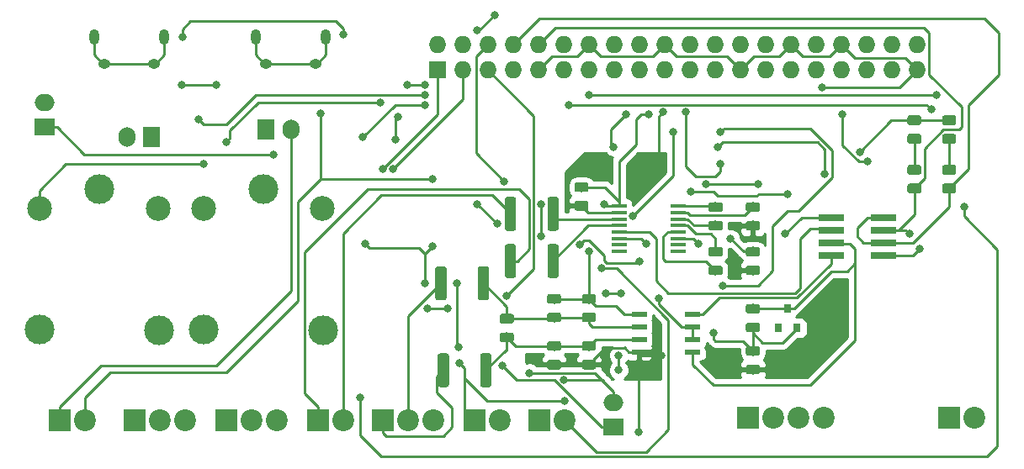
<source format=gbr>
G04 #@! TF.GenerationSoftware,KiCad,Pcbnew,5.0.2-bee76a0~70~ubuntu16.04.1*
G04 #@! TF.CreationDate,2018-12-12T21:45:08+05:30*
G04 #@! TF.ProjectId,sanjaya,73616e6a-6179-4612-9e6b-696361645f70,rev?*
G04 #@! TF.SameCoordinates,Original*
G04 #@! TF.FileFunction,Copper,L2,Bot*
G04 #@! TF.FilePolarity,Positive*
%FSLAX46Y46*%
G04 Gerber Fmt 4.6, Leading zero omitted, Abs format (unit mm)*
G04 Created by KiCad (PCBNEW 5.0.2-bee76a0~70~ubuntu16.04.1) date Wed Dec 12 21:45:08 2018*
%MOMM*%
%LPD*%
G01*
G04 APERTURE LIST*
G04 #@! TA.AperFunction,ComponentPad*
%ADD10O,1.000000X1.550000*%
G04 #@! TD*
G04 #@! TA.AperFunction,ComponentPad*
%ADD11O,1.250000X0.950000*%
G04 #@! TD*
G04 #@! TA.AperFunction,Conductor*
%ADD12C,0.100000*%
G04 #@! TD*
G04 #@! TA.AperFunction,SMDPad,CuDef*
%ADD13C,0.975000*%
G04 #@! TD*
G04 #@! TA.AperFunction,SMDPad,CuDef*
%ADD14R,0.800000X0.900000*%
G04 #@! TD*
G04 #@! TA.AperFunction,SMDPad,CuDef*
%ADD15C,1.125000*%
G04 #@! TD*
G04 #@! TA.AperFunction,ComponentPad*
%ADD16R,1.700000X2.000000*%
G04 #@! TD*
G04 #@! TA.AperFunction,ComponentPad*
%ADD17O,1.700000X2.000000*%
G04 #@! TD*
G04 #@! TA.AperFunction,ComponentPad*
%ADD18R,1.727200X1.727200*%
G04 #@! TD*
G04 #@! TA.AperFunction,ComponentPad*
%ADD19O,1.727200X1.727200*%
G04 #@! TD*
G04 #@! TA.AperFunction,ComponentPad*
%ADD20O,2.000000X1.700000*%
G04 #@! TD*
G04 #@! TA.AperFunction,ComponentPad*
%ADD21R,2.000000X1.700000*%
G04 #@! TD*
G04 #@! TA.AperFunction,ComponentPad*
%ADD22C,3.000000*%
G04 #@! TD*
G04 #@! TA.AperFunction,ComponentPad*
%ADD23C,2.500000*%
G04 #@! TD*
G04 #@! TA.AperFunction,SMDPad,CuDef*
%ADD24R,2.650000X0.760000*%
G04 #@! TD*
G04 #@! TA.AperFunction,SMDPad,CuDef*
%ADD25R,1.500000X0.450000*%
G04 #@! TD*
G04 #@! TA.AperFunction,SMDPad,CuDef*
%ADD26R,1.550000X0.600000*%
G04 #@! TD*
G04 #@! TA.AperFunction,ComponentPad*
%ADD27R,2.200000X2.200000*%
G04 #@! TD*
G04 #@! TA.AperFunction,ComponentPad*
%ADD28C,2.200000*%
G04 #@! TD*
G04 #@! TA.AperFunction,ViaPad*
%ADD29C,0.800000*%
G04 #@! TD*
G04 #@! TA.AperFunction,Conductor*
%ADD30C,0.250000*%
G04 #@! TD*
G04 #@! TA.AperFunction,Conductor*
%ADD31C,0.254000*%
G04 #@! TD*
G04 APERTURE END LIST*
D10*
G04 #@! TO.P,J11,6*
G04 #@! TO.N,Net-(J11-Pad6)*
X98500000Y-86150000D03*
X105500000Y-86150000D03*
D11*
X99500000Y-88850000D03*
X104500000Y-88850000D03*
G04 #@! TD*
D12*
G04 #@! TO.N,Net-(C3-Pad2)*
G04 #@! TO.C,C3*
G36*
X145230142Y-104701174D02*
X145253803Y-104704684D01*
X145277007Y-104710496D01*
X145299529Y-104718554D01*
X145321153Y-104728782D01*
X145341670Y-104741079D01*
X145360883Y-104755329D01*
X145378607Y-104771393D01*
X145394671Y-104789117D01*
X145408921Y-104808330D01*
X145421218Y-104828847D01*
X145431446Y-104850471D01*
X145439504Y-104872993D01*
X145445316Y-104896197D01*
X145448826Y-104919858D01*
X145450000Y-104943750D01*
X145450000Y-105431250D01*
X145448826Y-105455142D01*
X145445316Y-105478803D01*
X145439504Y-105502007D01*
X145431446Y-105524529D01*
X145421218Y-105546153D01*
X145408921Y-105566670D01*
X145394671Y-105585883D01*
X145378607Y-105603607D01*
X145360883Y-105619671D01*
X145341670Y-105633921D01*
X145321153Y-105646218D01*
X145299529Y-105656446D01*
X145277007Y-105664504D01*
X145253803Y-105670316D01*
X145230142Y-105673826D01*
X145206250Y-105675000D01*
X144293750Y-105675000D01*
X144269858Y-105673826D01*
X144246197Y-105670316D01*
X144222993Y-105664504D01*
X144200471Y-105656446D01*
X144178847Y-105646218D01*
X144158330Y-105633921D01*
X144139117Y-105619671D01*
X144121393Y-105603607D01*
X144105329Y-105585883D01*
X144091079Y-105566670D01*
X144078782Y-105546153D01*
X144068554Y-105524529D01*
X144060496Y-105502007D01*
X144054684Y-105478803D01*
X144051174Y-105455142D01*
X144050000Y-105431250D01*
X144050000Y-104943750D01*
X144051174Y-104919858D01*
X144054684Y-104896197D01*
X144060496Y-104872993D01*
X144068554Y-104850471D01*
X144078782Y-104828847D01*
X144091079Y-104808330D01*
X144105329Y-104789117D01*
X144121393Y-104771393D01*
X144139117Y-104755329D01*
X144158330Y-104741079D01*
X144178847Y-104728782D01*
X144200471Y-104718554D01*
X144222993Y-104710496D01*
X144246197Y-104704684D01*
X144269858Y-104701174D01*
X144293750Y-104700000D01*
X145206250Y-104700000D01*
X145230142Y-104701174D01*
X145230142Y-104701174D01*
G37*
D13*
G04 #@! TD*
G04 #@! TO.P,C3,2*
G04 #@! TO.N,Net-(C3-Pad2)*
X144750000Y-105187500D03*
D12*
G04 #@! TO.N,Net-(C3-Pad1)*
G04 #@! TO.C,C3*
G36*
X145230142Y-102826174D02*
X145253803Y-102829684D01*
X145277007Y-102835496D01*
X145299529Y-102843554D01*
X145321153Y-102853782D01*
X145341670Y-102866079D01*
X145360883Y-102880329D01*
X145378607Y-102896393D01*
X145394671Y-102914117D01*
X145408921Y-102933330D01*
X145421218Y-102953847D01*
X145431446Y-102975471D01*
X145439504Y-102997993D01*
X145445316Y-103021197D01*
X145448826Y-103044858D01*
X145450000Y-103068750D01*
X145450000Y-103556250D01*
X145448826Y-103580142D01*
X145445316Y-103603803D01*
X145439504Y-103627007D01*
X145431446Y-103649529D01*
X145421218Y-103671153D01*
X145408921Y-103691670D01*
X145394671Y-103710883D01*
X145378607Y-103728607D01*
X145360883Y-103744671D01*
X145341670Y-103758921D01*
X145321153Y-103771218D01*
X145299529Y-103781446D01*
X145277007Y-103789504D01*
X145253803Y-103795316D01*
X145230142Y-103798826D01*
X145206250Y-103800000D01*
X144293750Y-103800000D01*
X144269858Y-103798826D01*
X144246197Y-103795316D01*
X144222993Y-103789504D01*
X144200471Y-103781446D01*
X144178847Y-103771218D01*
X144158330Y-103758921D01*
X144139117Y-103744671D01*
X144121393Y-103728607D01*
X144105329Y-103710883D01*
X144091079Y-103691670D01*
X144078782Y-103671153D01*
X144068554Y-103649529D01*
X144060496Y-103627007D01*
X144054684Y-103603803D01*
X144051174Y-103580142D01*
X144050000Y-103556250D01*
X144050000Y-103068750D01*
X144051174Y-103044858D01*
X144054684Y-103021197D01*
X144060496Y-102997993D01*
X144068554Y-102975471D01*
X144078782Y-102953847D01*
X144091079Y-102933330D01*
X144105329Y-102914117D01*
X144121393Y-102896393D01*
X144139117Y-102880329D01*
X144158330Y-102866079D01*
X144178847Y-102853782D01*
X144200471Y-102843554D01*
X144222993Y-102835496D01*
X144246197Y-102829684D01*
X144269858Y-102826174D01*
X144293750Y-102825000D01*
X145206250Y-102825000D01*
X145230142Y-102826174D01*
X145230142Y-102826174D01*
G37*
D13*
G04 #@! TD*
G04 #@! TO.P,C3,1*
G04 #@! TO.N,Net-(C3-Pad1)*
X144750000Y-103312500D03*
D12*
G04 #@! TO.N,Net-(C4-Pad1)*
G04 #@! TO.C,C4*
G36*
X148980142Y-117326174D02*
X149003803Y-117329684D01*
X149027007Y-117335496D01*
X149049529Y-117343554D01*
X149071153Y-117353782D01*
X149091670Y-117366079D01*
X149110883Y-117380329D01*
X149128607Y-117396393D01*
X149144671Y-117414117D01*
X149158921Y-117433330D01*
X149171218Y-117453847D01*
X149181446Y-117475471D01*
X149189504Y-117497993D01*
X149195316Y-117521197D01*
X149198826Y-117544858D01*
X149200000Y-117568750D01*
X149200000Y-118056250D01*
X149198826Y-118080142D01*
X149195316Y-118103803D01*
X149189504Y-118127007D01*
X149181446Y-118149529D01*
X149171218Y-118171153D01*
X149158921Y-118191670D01*
X149144671Y-118210883D01*
X149128607Y-118228607D01*
X149110883Y-118244671D01*
X149091670Y-118258921D01*
X149071153Y-118271218D01*
X149049529Y-118281446D01*
X149027007Y-118289504D01*
X149003803Y-118295316D01*
X148980142Y-118298826D01*
X148956250Y-118300000D01*
X148043750Y-118300000D01*
X148019858Y-118298826D01*
X147996197Y-118295316D01*
X147972993Y-118289504D01*
X147950471Y-118281446D01*
X147928847Y-118271218D01*
X147908330Y-118258921D01*
X147889117Y-118244671D01*
X147871393Y-118228607D01*
X147855329Y-118210883D01*
X147841079Y-118191670D01*
X147828782Y-118171153D01*
X147818554Y-118149529D01*
X147810496Y-118127007D01*
X147804684Y-118103803D01*
X147801174Y-118080142D01*
X147800000Y-118056250D01*
X147800000Y-117568750D01*
X147801174Y-117544858D01*
X147804684Y-117521197D01*
X147810496Y-117497993D01*
X147818554Y-117475471D01*
X147828782Y-117453847D01*
X147841079Y-117433330D01*
X147855329Y-117414117D01*
X147871393Y-117396393D01*
X147889117Y-117380329D01*
X147908330Y-117366079D01*
X147928847Y-117353782D01*
X147950471Y-117343554D01*
X147972993Y-117335496D01*
X147996197Y-117329684D01*
X148019858Y-117326174D01*
X148043750Y-117325000D01*
X148956250Y-117325000D01*
X148980142Y-117326174D01*
X148980142Y-117326174D01*
G37*
D13*
G04 #@! TD*
G04 #@! TO.P,C4,1*
G04 #@! TO.N,Net-(C4-Pad1)*
X148500000Y-117812500D03*
D12*
G04 #@! TO.N,/DGND*
G04 #@! TO.C,C4*
G36*
X148980142Y-119201174D02*
X149003803Y-119204684D01*
X149027007Y-119210496D01*
X149049529Y-119218554D01*
X149071153Y-119228782D01*
X149091670Y-119241079D01*
X149110883Y-119255329D01*
X149128607Y-119271393D01*
X149144671Y-119289117D01*
X149158921Y-119308330D01*
X149171218Y-119328847D01*
X149181446Y-119350471D01*
X149189504Y-119372993D01*
X149195316Y-119396197D01*
X149198826Y-119419858D01*
X149200000Y-119443750D01*
X149200000Y-119931250D01*
X149198826Y-119955142D01*
X149195316Y-119978803D01*
X149189504Y-120002007D01*
X149181446Y-120024529D01*
X149171218Y-120046153D01*
X149158921Y-120066670D01*
X149144671Y-120085883D01*
X149128607Y-120103607D01*
X149110883Y-120119671D01*
X149091670Y-120133921D01*
X149071153Y-120146218D01*
X149049529Y-120156446D01*
X149027007Y-120164504D01*
X149003803Y-120170316D01*
X148980142Y-120173826D01*
X148956250Y-120175000D01*
X148043750Y-120175000D01*
X148019858Y-120173826D01*
X147996197Y-120170316D01*
X147972993Y-120164504D01*
X147950471Y-120156446D01*
X147928847Y-120146218D01*
X147908330Y-120133921D01*
X147889117Y-120119671D01*
X147871393Y-120103607D01*
X147855329Y-120085883D01*
X147841079Y-120066670D01*
X147828782Y-120046153D01*
X147818554Y-120024529D01*
X147810496Y-120002007D01*
X147804684Y-119978803D01*
X147801174Y-119955142D01*
X147800000Y-119931250D01*
X147800000Y-119443750D01*
X147801174Y-119419858D01*
X147804684Y-119396197D01*
X147810496Y-119372993D01*
X147818554Y-119350471D01*
X147828782Y-119328847D01*
X147841079Y-119308330D01*
X147855329Y-119289117D01*
X147871393Y-119271393D01*
X147889117Y-119255329D01*
X147908330Y-119241079D01*
X147928847Y-119228782D01*
X147950471Y-119218554D01*
X147972993Y-119210496D01*
X147996197Y-119204684D01*
X148019858Y-119201174D01*
X148043750Y-119200000D01*
X148956250Y-119200000D01*
X148980142Y-119201174D01*
X148980142Y-119201174D01*
G37*
D13*
G04 #@! TD*
G04 #@! TO.P,C4,2*
G04 #@! TO.N,/DGND*
X148500000Y-119687500D03*
D12*
G04 #@! TO.N,/DGND*
G04 #@! TO.C,C5*
G36*
X131730142Y-102701174D02*
X131753803Y-102704684D01*
X131777007Y-102710496D01*
X131799529Y-102718554D01*
X131821153Y-102728782D01*
X131841670Y-102741079D01*
X131860883Y-102755329D01*
X131878607Y-102771393D01*
X131894671Y-102789117D01*
X131908921Y-102808330D01*
X131921218Y-102828847D01*
X131931446Y-102850471D01*
X131939504Y-102872993D01*
X131945316Y-102896197D01*
X131948826Y-102919858D01*
X131950000Y-102943750D01*
X131950000Y-103431250D01*
X131948826Y-103455142D01*
X131945316Y-103478803D01*
X131939504Y-103502007D01*
X131931446Y-103524529D01*
X131921218Y-103546153D01*
X131908921Y-103566670D01*
X131894671Y-103585883D01*
X131878607Y-103603607D01*
X131860883Y-103619671D01*
X131841670Y-103633921D01*
X131821153Y-103646218D01*
X131799529Y-103656446D01*
X131777007Y-103664504D01*
X131753803Y-103670316D01*
X131730142Y-103673826D01*
X131706250Y-103675000D01*
X130793750Y-103675000D01*
X130769858Y-103673826D01*
X130746197Y-103670316D01*
X130722993Y-103664504D01*
X130700471Y-103656446D01*
X130678847Y-103646218D01*
X130658330Y-103633921D01*
X130639117Y-103619671D01*
X130621393Y-103603607D01*
X130605329Y-103585883D01*
X130591079Y-103566670D01*
X130578782Y-103546153D01*
X130568554Y-103524529D01*
X130560496Y-103502007D01*
X130554684Y-103478803D01*
X130551174Y-103455142D01*
X130550000Y-103431250D01*
X130550000Y-102943750D01*
X130551174Y-102919858D01*
X130554684Y-102896197D01*
X130560496Y-102872993D01*
X130568554Y-102850471D01*
X130578782Y-102828847D01*
X130591079Y-102808330D01*
X130605329Y-102789117D01*
X130621393Y-102771393D01*
X130639117Y-102755329D01*
X130658330Y-102741079D01*
X130678847Y-102728782D01*
X130700471Y-102718554D01*
X130722993Y-102710496D01*
X130746197Y-102704684D01*
X130769858Y-102701174D01*
X130793750Y-102700000D01*
X131706250Y-102700000D01*
X131730142Y-102701174D01*
X131730142Y-102701174D01*
G37*
D13*
G04 #@! TD*
G04 #@! TO.P,C5,2*
G04 #@! TO.N,/DGND*
X131250000Y-103187500D03*
D12*
G04 #@! TO.N,/3V3*
G04 #@! TO.C,C5*
G36*
X131730142Y-100826174D02*
X131753803Y-100829684D01*
X131777007Y-100835496D01*
X131799529Y-100843554D01*
X131821153Y-100853782D01*
X131841670Y-100866079D01*
X131860883Y-100880329D01*
X131878607Y-100896393D01*
X131894671Y-100914117D01*
X131908921Y-100933330D01*
X131921218Y-100953847D01*
X131931446Y-100975471D01*
X131939504Y-100997993D01*
X131945316Y-101021197D01*
X131948826Y-101044858D01*
X131950000Y-101068750D01*
X131950000Y-101556250D01*
X131948826Y-101580142D01*
X131945316Y-101603803D01*
X131939504Y-101627007D01*
X131931446Y-101649529D01*
X131921218Y-101671153D01*
X131908921Y-101691670D01*
X131894671Y-101710883D01*
X131878607Y-101728607D01*
X131860883Y-101744671D01*
X131841670Y-101758921D01*
X131821153Y-101771218D01*
X131799529Y-101781446D01*
X131777007Y-101789504D01*
X131753803Y-101795316D01*
X131730142Y-101798826D01*
X131706250Y-101800000D01*
X130793750Y-101800000D01*
X130769858Y-101798826D01*
X130746197Y-101795316D01*
X130722993Y-101789504D01*
X130700471Y-101781446D01*
X130678847Y-101771218D01*
X130658330Y-101758921D01*
X130639117Y-101744671D01*
X130621393Y-101728607D01*
X130605329Y-101710883D01*
X130591079Y-101691670D01*
X130578782Y-101671153D01*
X130568554Y-101649529D01*
X130560496Y-101627007D01*
X130554684Y-101603803D01*
X130551174Y-101580142D01*
X130550000Y-101556250D01*
X130550000Y-101068750D01*
X130551174Y-101044858D01*
X130554684Y-101021197D01*
X130560496Y-100997993D01*
X130568554Y-100975471D01*
X130578782Y-100953847D01*
X130591079Y-100933330D01*
X130605329Y-100914117D01*
X130621393Y-100896393D01*
X130639117Y-100880329D01*
X130658330Y-100866079D01*
X130678847Y-100853782D01*
X130700471Y-100843554D01*
X130722993Y-100835496D01*
X130746197Y-100829684D01*
X130769858Y-100826174D01*
X130793750Y-100825000D01*
X131706250Y-100825000D01*
X131730142Y-100826174D01*
X131730142Y-100826174D01*
G37*
D13*
G04 #@! TD*
G04 #@! TO.P,C5,1*
G04 #@! TO.N,/3V3*
X131250000Y-101312500D03*
D12*
G04 #@! TO.N,/DGND*
G04 #@! TO.C,C6*
G36*
X148980142Y-109201174D02*
X149003803Y-109204684D01*
X149027007Y-109210496D01*
X149049529Y-109218554D01*
X149071153Y-109228782D01*
X149091670Y-109241079D01*
X149110883Y-109255329D01*
X149128607Y-109271393D01*
X149144671Y-109289117D01*
X149158921Y-109308330D01*
X149171218Y-109328847D01*
X149181446Y-109350471D01*
X149189504Y-109372993D01*
X149195316Y-109396197D01*
X149198826Y-109419858D01*
X149200000Y-109443750D01*
X149200000Y-109931250D01*
X149198826Y-109955142D01*
X149195316Y-109978803D01*
X149189504Y-110002007D01*
X149181446Y-110024529D01*
X149171218Y-110046153D01*
X149158921Y-110066670D01*
X149144671Y-110085883D01*
X149128607Y-110103607D01*
X149110883Y-110119671D01*
X149091670Y-110133921D01*
X149071153Y-110146218D01*
X149049529Y-110156446D01*
X149027007Y-110164504D01*
X149003803Y-110170316D01*
X148980142Y-110173826D01*
X148956250Y-110175000D01*
X148043750Y-110175000D01*
X148019858Y-110173826D01*
X147996197Y-110170316D01*
X147972993Y-110164504D01*
X147950471Y-110156446D01*
X147928847Y-110146218D01*
X147908330Y-110133921D01*
X147889117Y-110119671D01*
X147871393Y-110103607D01*
X147855329Y-110085883D01*
X147841079Y-110066670D01*
X147828782Y-110046153D01*
X147818554Y-110024529D01*
X147810496Y-110002007D01*
X147804684Y-109978803D01*
X147801174Y-109955142D01*
X147800000Y-109931250D01*
X147800000Y-109443750D01*
X147801174Y-109419858D01*
X147804684Y-109396197D01*
X147810496Y-109372993D01*
X147818554Y-109350471D01*
X147828782Y-109328847D01*
X147841079Y-109308330D01*
X147855329Y-109289117D01*
X147871393Y-109271393D01*
X147889117Y-109255329D01*
X147908330Y-109241079D01*
X147928847Y-109228782D01*
X147950471Y-109218554D01*
X147972993Y-109210496D01*
X147996197Y-109204684D01*
X148019858Y-109201174D01*
X148043750Y-109200000D01*
X148956250Y-109200000D01*
X148980142Y-109201174D01*
X148980142Y-109201174D01*
G37*
D13*
G04 #@! TD*
G04 #@! TO.P,C6,2*
G04 #@! TO.N,/DGND*
X148500000Y-109687500D03*
D12*
G04 #@! TO.N,Net-(C6-Pad1)*
G04 #@! TO.C,C6*
G36*
X148980142Y-107326174D02*
X149003803Y-107329684D01*
X149027007Y-107335496D01*
X149049529Y-107343554D01*
X149071153Y-107353782D01*
X149091670Y-107366079D01*
X149110883Y-107380329D01*
X149128607Y-107396393D01*
X149144671Y-107414117D01*
X149158921Y-107433330D01*
X149171218Y-107453847D01*
X149181446Y-107475471D01*
X149189504Y-107497993D01*
X149195316Y-107521197D01*
X149198826Y-107544858D01*
X149200000Y-107568750D01*
X149200000Y-108056250D01*
X149198826Y-108080142D01*
X149195316Y-108103803D01*
X149189504Y-108127007D01*
X149181446Y-108149529D01*
X149171218Y-108171153D01*
X149158921Y-108191670D01*
X149144671Y-108210883D01*
X149128607Y-108228607D01*
X149110883Y-108244671D01*
X149091670Y-108258921D01*
X149071153Y-108271218D01*
X149049529Y-108281446D01*
X149027007Y-108289504D01*
X149003803Y-108295316D01*
X148980142Y-108298826D01*
X148956250Y-108300000D01*
X148043750Y-108300000D01*
X148019858Y-108298826D01*
X147996197Y-108295316D01*
X147972993Y-108289504D01*
X147950471Y-108281446D01*
X147928847Y-108271218D01*
X147908330Y-108258921D01*
X147889117Y-108244671D01*
X147871393Y-108228607D01*
X147855329Y-108210883D01*
X147841079Y-108191670D01*
X147828782Y-108171153D01*
X147818554Y-108149529D01*
X147810496Y-108127007D01*
X147804684Y-108103803D01*
X147801174Y-108080142D01*
X147800000Y-108056250D01*
X147800000Y-107568750D01*
X147801174Y-107544858D01*
X147804684Y-107521197D01*
X147810496Y-107497993D01*
X147818554Y-107475471D01*
X147828782Y-107453847D01*
X147841079Y-107433330D01*
X147855329Y-107414117D01*
X147871393Y-107396393D01*
X147889117Y-107380329D01*
X147908330Y-107366079D01*
X147928847Y-107353782D01*
X147950471Y-107343554D01*
X147972993Y-107335496D01*
X147996197Y-107329684D01*
X148019858Y-107326174D01*
X148043750Y-107325000D01*
X148956250Y-107325000D01*
X148980142Y-107326174D01*
X148980142Y-107326174D01*
G37*
D13*
G04 #@! TD*
G04 #@! TO.P,C6,1*
G04 #@! TO.N,Net-(C6-Pad1)*
X148500000Y-107812500D03*
D12*
G04 #@! TO.N,Net-(C7-Pad1)*
G04 #@! TO.C,C7*
G36*
X145230142Y-107326174D02*
X145253803Y-107329684D01*
X145277007Y-107335496D01*
X145299529Y-107343554D01*
X145321153Y-107353782D01*
X145341670Y-107366079D01*
X145360883Y-107380329D01*
X145378607Y-107396393D01*
X145394671Y-107414117D01*
X145408921Y-107433330D01*
X145421218Y-107453847D01*
X145431446Y-107475471D01*
X145439504Y-107497993D01*
X145445316Y-107521197D01*
X145448826Y-107544858D01*
X145450000Y-107568750D01*
X145450000Y-108056250D01*
X145448826Y-108080142D01*
X145445316Y-108103803D01*
X145439504Y-108127007D01*
X145431446Y-108149529D01*
X145421218Y-108171153D01*
X145408921Y-108191670D01*
X145394671Y-108210883D01*
X145378607Y-108228607D01*
X145360883Y-108244671D01*
X145341670Y-108258921D01*
X145321153Y-108271218D01*
X145299529Y-108281446D01*
X145277007Y-108289504D01*
X145253803Y-108295316D01*
X145230142Y-108298826D01*
X145206250Y-108300000D01*
X144293750Y-108300000D01*
X144269858Y-108298826D01*
X144246197Y-108295316D01*
X144222993Y-108289504D01*
X144200471Y-108281446D01*
X144178847Y-108271218D01*
X144158330Y-108258921D01*
X144139117Y-108244671D01*
X144121393Y-108228607D01*
X144105329Y-108210883D01*
X144091079Y-108191670D01*
X144078782Y-108171153D01*
X144068554Y-108149529D01*
X144060496Y-108127007D01*
X144054684Y-108103803D01*
X144051174Y-108080142D01*
X144050000Y-108056250D01*
X144050000Y-107568750D01*
X144051174Y-107544858D01*
X144054684Y-107521197D01*
X144060496Y-107497993D01*
X144068554Y-107475471D01*
X144078782Y-107453847D01*
X144091079Y-107433330D01*
X144105329Y-107414117D01*
X144121393Y-107396393D01*
X144139117Y-107380329D01*
X144158330Y-107366079D01*
X144178847Y-107353782D01*
X144200471Y-107343554D01*
X144222993Y-107335496D01*
X144246197Y-107329684D01*
X144269858Y-107326174D01*
X144293750Y-107325000D01*
X145206250Y-107325000D01*
X145230142Y-107326174D01*
X145230142Y-107326174D01*
G37*
D13*
G04 #@! TD*
G04 #@! TO.P,C7,1*
G04 #@! TO.N,Net-(C7-Pad1)*
X144750000Y-107812500D03*
D12*
G04 #@! TO.N,Net-(C7-Pad2)*
G04 #@! TO.C,C7*
G36*
X145230142Y-109201174D02*
X145253803Y-109204684D01*
X145277007Y-109210496D01*
X145299529Y-109218554D01*
X145321153Y-109228782D01*
X145341670Y-109241079D01*
X145360883Y-109255329D01*
X145378607Y-109271393D01*
X145394671Y-109289117D01*
X145408921Y-109308330D01*
X145421218Y-109328847D01*
X145431446Y-109350471D01*
X145439504Y-109372993D01*
X145445316Y-109396197D01*
X145448826Y-109419858D01*
X145450000Y-109443750D01*
X145450000Y-109931250D01*
X145448826Y-109955142D01*
X145445316Y-109978803D01*
X145439504Y-110002007D01*
X145431446Y-110024529D01*
X145421218Y-110046153D01*
X145408921Y-110066670D01*
X145394671Y-110085883D01*
X145378607Y-110103607D01*
X145360883Y-110119671D01*
X145341670Y-110133921D01*
X145321153Y-110146218D01*
X145299529Y-110156446D01*
X145277007Y-110164504D01*
X145253803Y-110170316D01*
X145230142Y-110173826D01*
X145206250Y-110175000D01*
X144293750Y-110175000D01*
X144269858Y-110173826D01*
X144246197Y-110170316D01*
X144222993Y-110164504D01*
X144200471Y-110156446D01*
X144178847Y-110146218D01*
X144158330Y-110133921D01*
X144139117Y-110119671D01*
X144121393Y-110103607D01*
X144105329Y-110085883D01*
X144091079Y-110066670D01*
X144078782Y-110046153D01*
X144068554Y-110024529D01*
X144060496Y-110002007D01*
X144054684Y-109978803D01*
X144051174Y-109955142D01*
X144050000Y-109931250D01*
X144050000Y-109443750D01*
X144051174Y-109419858D01*
X144054684Y-109396197D01*
X144060496Y-109372993D01*
X144068554Y-109350471D01*
X144078782Y-109328847D01*
X144091079Y-109308330D01*
X144105329Y-109289117D01*
X144121393Y-109271393D01*
X144139117Y-109255329D01*
X144158330Y-109241079D01*
X144178847Y-109228782D01*
X144200471Y-109218554D01*
X144222993Y-109210496D01*
X144246197Y-109204684D01*
X144269858Y-109201174D01*
X144293750Y-109200000D01*
X145206250Y-109200000D01*
X145230142Y-109201174D01*
X145230142Y-109201174D01*
G37*
D13*
G04 #@! TD*
G04 #@! TO.P,C7,2*
G04 #@! TO.N,Net-(C7-Pad2)*
X144750000Y-109687500D03*
D12*
G04 #@! TO.N,Net-(C8-Pad1)*
G04 #@! TO.C,C8*
G36*
X148980142Y-102826174D02*
X149003803Y-102829684D01*
X149027007Y-102835496D01*
X149049529Y-102843554D01*
X149071153Y-102853782D01*
X149091670Y-102866079D01*
X149110883Y-102880329D01*
X149128607Y-102896393D01*
X149144671Y-102914117D01*
X149158921Y-102933330D01*
X149171218Y-102953847D01*
X149181446Y-102975471D01*
X149189504Y-102997993D01*
X149195316Y-103021197D01*
X149198826Y-103044858D01*
X149200000Y-103068750D01*
X149200000Y-103556250D01*
X149198826Y-103580142D01*
X149195316Y-103603803D01*
X149189504Y-103627007D01*
X149181446Y-103649529D01*
X149171218Y-103671153D01*
X149158921Y-103691670D01*
X149144671Y-103710883D01*
X149128607Y-103728607D01*
X149110883Y-103744671D01*
X149091670Y-103758921D01*
X149071153Y-103771218D01*
X149049529Y-103781446D01*
X149027007Y-103789504D01*
X149003803Y-103795316D01*
X148980142Y-103798826D01*
X148956250Y-103800000D01*
X148043750Y-103800000D01*
X148019858Y-103798826D01*
X147996197Y-103795316D01*
X147972993Y-103789504D01*
X147950471Y-103781446D01*
X147928847Y-103771218D01*
X147908330Y-103758921D01*
X147889117Y-103744671D01*
X147871393Y-103728607D01*
X147855329Y-103710883D01*
X147841079Y-103691670D01*
X147828782Y-103671153D01*
X147818554Y-103649529D01*
X147810496Y-103627007D01*
X147804684Y-103603803D01*
X147801174Y-103580142D01*
X147800000Y-103556250D01*
X147800000Y-103068750D01*
X147801174Y-103044858D01*
X147804684Y-103021197D01*
X147810496Y-102997993D01*
X147818554Y-102975471D01*
X147828782Y-102953847D01*
X147841079Y-102933330D01*
X147855329Y-102914117D01*
X147871393Y-102896393D01*
X147889117Y-102880329D01*
X147908330Y-102866079D01*
X147928847Y-102853782D01*
X147950471Y-102843554D01*
X147972993Y-102835496D01*
X147996197Y-102829684D01*
X148019858Y-102826174D01*
X148043750Y-102825000D01*
X148956250Y-102825000D01*
X148980142Y-102826174D01*
X148980142Y-102826174D01*
G37*
D13*
G04 #@! TD*
G04 #@! TO.P,C8,1*
G04 #@! TO.N,Net-(C8-Pad1)*
X148500000Y-103312500D03*
D12*
G04 #@! TO.N,/DGND*
G04 #@! TO.C,C8*
G36*
X148980142Y-104701174D02*
X149003803Y-104704684D01*
X149027007Y-104710496D01*
X149049529Y-104718554D01*
X149071153Y-104728782D01*
X149091670Y-104741079D01*
X149110883Y-104755329D01*
X149128607Y-104771393D01*
X149144671Y-104789117D01*
X149158921Y-104808330D01*
X149171218Y-104828847D01*
X149181446Y-104850471D01*
X149189504Y-104872993D01*
X149195316Y-104896197D01*
X149198826Y-104919858D01*
X149200000Y-104943750D01*
X149200000Y-105431250D01*
X149198826Y-105455142D01*
X149195316Y-105478803D01*
X149189504Y-105502007D01*
X149181446Y-105524529D01*
X149171218Y-105546153D01*
X149158921Y-105566670D01*
X149144671Y-105585883D01*
X149128607Y-105603607D01*
X149110883Y-105619671D01*
X149091670Y-105633921D01*
X149071153Y-105646218D01*
X149049529Y-105656446D01*
X149027007Y-105664504D01*
X149003803Y-105670316D01*
X148980142Y-105673826D01*
X148956250Y-105675000D01*
X148043750Y-105675000D01*
X148019858Y-105673826D01*
X147996197Y-105670316D01*
X147972993Y-105664504D01*
X147950471Y-105656446D01*
X147928847Y-105646218D01*
X147908330Y-105633921D01*
X147889117Y-105619671D01*
X147871393Y-105603607D01*
X147855329Y-105585883D01*
X147841079Y-105566670D01*
X147828782Y-105546153D01*
X147818554Y-105524529D01*
X147810496Y-105502007D01*
X147804684Y-105478803D01*
X147801174Y-105455142D01*
X147800000Y-105431250D01*
X147800000Y-104943750D01*
X147801174Y-104919858D01*
X147804684Y-104896197D01*
X147810496Y-104872993D01*
X147818554Y-104850471D01*
X147828782Y-104828847D01*
X147841079Y-104808330D01*
X147855329Y-104789117D01*
X147871393Y-104771393D01*
X147889117Y-104755329D01*
X147908330Y-104741079D01*
X147928847Y-104728782D01*
X147950471Y-104718554D01*
X147972993Y-104710496D01*
X147996197Y-104704684D01*
X148019858Y-104701174D01*
X148043750Y-104700000D01*
X148956250Y-104700000D01*
X148980142Y-104701174D01*
X148980142Y-104701174D01*
G37*
D13*
G04 #@! TD*
G04 #@! TO.P,C8,2*
G04 #@! TO.N,/DGND*
X148500000Y-105187500D03*
D12*
G04 #@! TO.N,Net-(C9-Pad2)*
G04 #@! TO.C,C9*
G36*
X128980142Y-113951174D02*
X129003803Y-113954684D01*
X129027007Y-113960496D01*
X129049529Y-113968554D01*
X129071153Y-113978782D01*
X129091670Y-113991079D01*
X129110883Y-114005329D01*
X129128607Y-114021393D01*
X129144671Y-114039117D01*
X129158921Y-114058330D01*
X129171218Y-114078847D01*
X129181446Y-114100471D01*
X129189504Y-114122993D01*
X129195316Y-114146197D01*
X129198826Y-114169858D01*
X129200000Y-114193750D01*
X129200000Y-114681250D01*
X129198826Y-114705142D01*
X129195316Y-114728803D01*
X129189504Y-114752007D01*
X129181446Y-114774529D01*
X129171218Y-114796153D01*
X129158921Y-114816670D01*
X129144671Y-114835883D01*
X129128607Y-114853607D01*
X129110883Y-114869671D01*
X129091670Y-114883921D01*
X129071153Y-114896218D01*
X129049529Y-114906446D01*
X129027007Y-114914504D01*
X129003803Y-114920316D01*
X128980142Y-114923826D01*
X128956250Y-114925000D01*
X128043750Y-114925000D01*
X128019858Y-114923826D01*
X127996197Y-114920316D01*
X127972993Y-114914504D01*
X127950471Y-114906446D01*
X127928847Y-114896218D01*
X127908330Y-114883921D01*
X127889117Y-114869671D01*
X127871393Y-114853607D01*
X127855329Y-114835883D01*
X127841079Y-114816670D01*
X127828782Y-114796153D01*
X127818554Y-114774529D01*
X127810496Y-114752007D01*
X127804684Y-114728803D01*
X127801174Y-114705142D01*
X127800000Y-114681250D01*
X127800000Y-114193750D01*
X127801174Y-114169858D01*
X127804684Y-114146197D01*
X127810496Y-114122993D01*
X127818554Y-114100471D01*
X127828782Y-114078847D01*
X127841079Y-114058330D01*
X127855329Y-114039117D01*
X127871393Y-114021393D01*
X127889117Y-114005329D01*
X127908330Y-113991079D01*
X127928847Y-113978782D01*
X127950471Y-113968554D01*
X127972993Y-113960496D01*
X127996197Y-113954684D01*
X128019858Y-113951174D01*
X128043750Y-113950000D01*
X128956250Y-113950000D01*
X128980142Y-113951174D01*
X128980142Y-113951174D01*
G37*
D13*
G04 #@! TD*
G04 #@! TO.P,C9,2*
G04 #@! TO.N,Net-(C9-Pad2)*
X128500000Y-114437500D03*
D12*
G04 #@! TO.N,/3V3*
G04 #@! TO.C,C9*
G36*
X128980142Y-112076174D02*
X129003803Y-112079684D01*
X129027007Y-112085496D01*
X129049529Y-112093554D01*
X129071153Y-112103782D01*
X129091670Y-112116079D01*
X129110883Y-112130329D01*
X129128607Y-112146393D01*
X129144671Y-112164117D01*
X129158921Y-112183330D01*
X129171218Y-112203847D01*
X129181446Y-112225471D01*
X129189504Y-112247993D01*
X129195316Y-112271197D01*
X129198826Y-112294858D01*
X129200000Y-112318750D01*
X129200000Y-112806250D01*
X129198826Y-112830142D01*
X129195316Y-112853803D01*
X129189504Y-112877007D01*
X129181446Y-112899529D01*
X129171218Y-112921153D01*
X129158921Y-112941670D01*
X129144671Y-112960883D01*
X129128607Y-112978607D01*
X129110883Y-112994671D01*
X129091670Y-113008921D01*
X129071153Y-113021218D01*
X129049529Y-113031446D01*
X129027007Y-113039504D01*
X129003803Y-113045316D01*
X128980142Y-113048826D01*
X128956250Y-113050000D01*
X128043750Y-113050000D01*
X128019858Y-113048826D01*
X127996197Y-113045316D01*
X127972993Y-113039504D01*
X127950471Y-113031446D01*
X127928847Y-113021218D01*
X127908330Y-113008921D01*
X127889117Y-112994671D01*
X127871393Y-112978607D01*
X127855329Y-112960883D01*
X127841079Y-112941670D01*
X127828782Y-112921153D01*
X127818554Y-112899529D01*
X127810496Y-112877007D01*
X127804684Y-112853803D01*
X127801174Y-112830142D01*
X127800000Y-112806250D01*
X127800000Y-112318750D01*
X127801174Y-112294858D01*
X127804684Y-112271197D01*
X127810496Y-112247993D01*
X127818554Y-112225471D01*
X127828782Y-112203847D01*
X127841079Y-112183330D01*
X127855329Y-112164117D01*
X127871393Y-112146393D01*
X127889117Y-112130329D01*
X127908330Y-112116079D01*
X127928847Y-112103782D01*
X127950471Y-112093554D01*
X127972993Y-112085496D01*
X127996197Y-112079684D01*
X128019858Y-112076174D01*
X128043750Y-112075000D01*
X128956250Y-112075000D01*
X128980142Y-112076174D01*
X128980142Y-112076174D01*
G37*
D13*
G04 #@! TD*
G04 #@! TO.P,C9,1*
G04 #@! TO.N,/3V3*
X128500000Y-112562500D03*
D12*
G04 #@! TO.N,Net-(C10-Pad1)*
G04 #@! TO.C,C10*
G36*
X132480142Y-116826174D02*
X132503803Y-116829684D01*
X132527007Y-116835496D01*
X132549529Y-116843554D01*
X132571153Y-116853782D01*
X132591670Y-116866079D01*
X132610883Y-116880329D01*
X132628607Y-116896393D01*
X132644671Y-116914117D01*
X132658921Y-116933330D01*
X132671218Y-116953847D01*
X132681446Y-116975471D01*
X132689504Y-116997993D01*
X132695316Y-117021197D01*
X132698826Y-117044858D01*
X132700000Y-117068750D01*
X132700000Y-117556250D01*
X132698826Y-117580142D01*
X132695316Y-117603803D01*
X132689504Y-117627007D01*
X132681446Y-117649529D01*
X132671218Y-117671153D01*
X132658921Y-117691670D01*
X132644671Y-117710883D01*
X132628607Y-117728607D01*
X132610883Y-117744671D01*
X132591670Y-117758921D01*
X132571153Y-117771218D01*
X132549529Y-117781446D01*
X132527007Y-117789504D01*
X132503803Y-117795316D01*
X132480142Y-117798826D01*
X132456250Y-117800000D01*
X131543750Y-117800000D01*
X131519858Y-117798826D01*
X131496197Y-117795316D01*
X131472993Y-117789504D01*
X131450471Y-117781446D01*
X131428847Y-117771218D01*
X131408330Y-117758921D01*
X131389117Y-117744671D01*
X131371393Y-117728607D01*
X131355329Y-117710883D01*
X131341079Y-117691670D01*
X131328782Y-117671153D01*
X131318554Y-117649529D01*
X131310496Y-117627007D01*
X131304684Y-117603803D01*
X131301174Y-117580142D01*
X131300000Y-117556250D01*
X131300000Y-117068750D01*
X131301174Y-117044858D01*
X131304684Y-117021197D01*
X131310496Y-116997993D01*
X131318554Y-116975471D01*
X131328782Y-116953847D01*
X131341079Y-116933330D01*
X131355329Y-116914117D01*
X131371393Y-116896393D01*
X131389117Y-116880329D01*
X131408330Y-116866079D01*
X131428847Y-116853782D01*
X131450471Y-116843554D01*
X131472993Y-116835496D01*
X131496197Y-116829684D01*
X131519858Y-116826174D01*
X131543750Y-116825000D01*
X132456250Y-116825000D01*
X132480142Y-116826174D01*
X132480142Y-116826174D01*
G37*
D13*
G04 #@! TD*
G04 #@! TO.P,C10,1*
G04 #@! TO.N,Net-(C10-Pad1)*
X132000000Y-117312500D03*
D12*
G04 #@! TO.N,/DGND*
G04 #@! TO.C,C10*
G36*
X132480142Y-118701174D02*
X132503803Y-118704684D01*
X132527007Y-118710496D01*
X132549529Y-118718554D01*
X132571153Y-118728782D01*
X132591670Y-118741079D01*
X132610883Y-118755329D01*
X132628607Y-118771393D01*
X132644671Y-118789117D01*
X132658921Y-118808330D01*
X132671218Y-118828847D01*
X132681446Y-118850471D01*
X132689504Y-118872993D01*
X132695316Y-118896197D01*
X132698826Y-118919858D01*
X132700000Y-118943750D01*
X132700000Y-119431250D01*
X132698826Y-119455142D01*
X132695316Y-119478803D01*
X132689504Y-119502007D01*
X132681446Y-119524529D01*
X132671218Y-119546153D01*
X132658921Y-119566670D01*
X132644671Y-119585883D01*
X132628607Y-119603607D01*
X132610883Y-119619671D01*
X132591670Y-119633921D01*
X132571153Y-119646218D01*
X132549529Y-119656446D01*
X132527007Y-119664504D01*
X132503803Y-119670316D01*
X132480142Y-119673826D01*
X132456250Y-119675000D01*
X131543750Y-119675000D01*
X131519858Y-119673826D01*
X131496197Y-119670316D01*
X131472993Y-119664504D01*
X131450471Y-119656446D01*
X131428847Y-119646218D01*
X131408330Y-119633921D01*
X131389117Y-119619671D01*
X131371393Y-119603607D01*
X131355329Y-119585883D01*
X131341079Y-119566670D01*
X131328782Y-119546153D01*
X131318554Y-119524529D01*
X131310496Y-119502007D01*
X131304684Y-119478803D01*
X131301174Y-119455142D01*
X131300000Y-119431250D01*
X131300000Y-118943750D01*
X131301174Y-118919858D01*
X131304684Y-118896197D01*
X131310496Y-118872993D01*
X131318554Y-118850471D01*
X131328782Y-118828847D01*
X131341079Y-118808330D01*
X131355329Y-118789117D01*
X131371393Y-118771393D01*
X131389117Y-118755329D01*
X131408330Y-118741079D01*
X131428847Y-118728782D01*
X131450471Y-118718554D01*
X131472993Y-118710496D01*
X131496197Y-118704684D01*
X131519858Y-118701174D01*
X131543750Y-118700000D01*
X132456250Y-118700000D01*
X132480142Y-118701174D01*
X132480142Y-118701174D01*
G37*
D13*
G04 #@! TD*
G04 #@! TO.P,C10,2*
G04 #@! TO.N,/DGND*
X132000000Y-119187500D03*
D14*
G04 #@! TO.P,D3,2*
G04 #@! TO.N,Net-(C4-Pad1)*
X152950000Y-115500000D03*
G04 #@! TO.P,D3,*
G04 #@! TO.N,*
X151050000Y-115500000D03*
G04 #@! TO.P,D3,1*
G04 #@! TO.N,Net-(D3-Pad1)*
X152000000Y-113500000D03*
G04 #@! TD*
D12*
G04 #@! TO.N,/rPi/UART_RX*
G04 #@! TO.C,D_RX1*
G36*
X165230142Y-100951174D02*
X165253803Y-100954684D01*
X165277007Y-100960496D01*
X165299529Y-100968554D01*
X165321153Y-100978782D01*
X165341670Y-100991079D01*
X165360883Y-101005329D01*
X165378607Y-101021393D01*
X165394671Y-101039117D01*
X165408921Y-101058330D01*
X165421218Y-101078847D01*
X165431446Y-101100471D01*
X165439504Y-101122993D01*
X165445316Y-101146197D01*
X165448826Y-101169858D01*
X165450000Y-101193750D01*
X165450000Y-101681250D01*
X165448826Y-101705142D01*
X165445316Y-101728803D01*
X165439504Y-101752007D01*
X165431446Y-101774529D01*
X165421218Y-101796153D01*
X165408921Y-101816670D01*
X165394671Y-101835883D01*
X165378607Y-101853607D01*
X165360883Y-101869671D01*
X165341670Y-101883921D01*
X165321153Y-101896218D01*
X165299529Y-101906446D01*
X165277007Y-101914504D01*
X165253803Y-101920316D01*
X165230142Y-101923826D01*
X165206250Y-101925000D01*
X164293750Y-101925000D01*
X164269858Y-101923826D01*
X164246197Y-101920316D01*
X164222993Y-101914504D01*
X164200471Y-101906446D01*
X164178847Y-101896218D01*
X164158330Y-101883921D01*
X164139117Y-101869671D01*
X164121393Y-101853607D01*
X164105329Y-101835883D01*
X164091079Y-101816670D01*
X164078782Y-101796153D01*
X164068554Y-101774529D01*
X164060496Y-101752007D01*
X164054684Y-101728803D01*
X164051174Y-101705142D01*
X164050000Y-101681250D01*
X164050000Y-101193750D01*
X164051174Y-101169858D01*
X164054684Y-101146197D01*
X164060496Y-101122993D01*
X164068554Y-101100471D01*
X164078782Y-101078847D01*
X164091079Y-101058330D01*
X164105329Y-101039117D01*
X164121393Y-101021393D01*
X164139117Y-101005329D01*
X164158330Y-100991079D01*
X164178847Y-100978782D01*
X164200471Y-100968554D01*
X164222993Y-100960496D01*
X164246197Y-100954684D01*
X164269858Y-100951174D01*
X164293750Y-100950000D01*
X165206250Y-100950000D01*
X165230142Y-100951174D01*
X165230142Y-100951174D01*
G37*
D13*
G04 #@! TD*
G04 #@! TO.P,D_RX1,1*
G04 #@! TO.N,/rPi/UART_RX*
X164750000Y-101437500D03*
D12*
G04 #@! TO.N,Net-(D_RX1-Pad2)*
G04 #@! TO.C,D_RX1*
G36*
X165230142Y-99076174D02*
X165253803Y-99079684D01*
X165277007Y-99085496D01*
X165299529Y-99093554D01*
X165321153Y-99103782D01*
X165341670Y-99116079D01*
X165360883Y-99130329D01*
X165378607Y-99146393D01*
X165394671Y-99164117D01*
X165408921Y-99183330D01*
X165421218Y-99203847D01*
X165431446Y-99225471D01*
X165439504Y-99247993D01*
X165445316Y-99271197D01*
X165448826Y-99294858D01*
X165450000Y-99318750D01*
X165450000Y-99806250D01*
X165448826Y-99830142D01*
X165445316Y-99853803D01*
X165439504Y-99877007D01*
X165431446Y-99899529D01*
X165421218Y-99921153D01*
X165408921Y-99941670D01*
X165394671Y-99960883D01*
X165378607Y-99978607D01*
X165360883Y-99994671D01*
X165341670Y-100008921D01*
X165321153Y-100021218D01*
X165299529Y-100031446D01*
X165277007Y-100039504D01*
X165253803Y-100045316D01*
X165230142Y-100048826D01*
X165206250Y-100050000D01*
X164293750Y-100050000D01*
X164269858Y-100048826D01*
X164246197Y-100045316D01*
X164222993Y-100039504D01*
X164200471Y-100031446D01*
X164178847Y-100021218D01*
X164158330Y-100008921D01*
X164139117Y-99994671D01*
X164121393Y-99978607D01*
X164105329Y-99960883D01*
X164091079Y-99941670D01*
X164078782Y-99921153D01*
X164068554Y-99899529D01*
X164060496Y-99877007D01*
X164054684Y-99853803D01*
X164051174Y-99830142D01*
X164050000Y-99806250D01*
X164050000Y-99318750D01*
X164051174Y-99294858D01*
X164054684Y-99271197D01*
X164060496Y-99247993D01*
X164068554Y-99225471D01*
X164078782Y-99203847D01*
X164091079Y-99183330D01*
X164105329Y-99164117D01*
X164121393Y-99146393D01*
X164139117Y-99130329D01*
X164158330Y-99116079D01*
X164178847Y-99103782D01*
X164200471Y-99093554D01*
X164222993Y-99085496D01*
X164246197Y-99079684D01*
X164269858Y-99076174D01*
X164293750Y-99075000D01*
X165206250Y-99075000D01*
X165230142Y-99076174D01*
X165230142Y-99076174D01*
G37*
D13*
G04 #@! TD*
G04 #@! TO.P,D_RX1,2*
G04 #@! TO.N,Net-(D_RX1-Pad2)*
X164750000Y-99562500D03*
D12*
G04 #@! TO.N,Net-(D_TX1-Pad2)*
G04 #@! TO.C,D_TX1*
G36*
X168730142Y-99076174D02*
X168753803Y-99079684D01*
X168777007Y-99085496D01*
X168799529Y-99093554D01*
X168821153Y-99103782D01*
X168841670Y-99116079D01*
X168860883Y-99130329D01*
X168878607Y-99146393D01*
X168894671Y-99164117D01*
X168908921Y-99183330D01*
X168921218Y-99203847D01*
X168931446Y-99225471D01*
X168939504Y-99247993D01*
X168945316Y-99271197D01*
X168948826Y-99294858D01*
X168950000Y-99318750D01*
X168950000Y-99806250D01*
X168948826Y-99830142D01*
X168945316Y-99853803D01*
X168939504Y-99877007D01*
X168931446Y-99899529D01*
X168921218Y-99921153D01*
X168908921Y-99941670D01*
X168894671Y-99960883D01*
X168878607Y-99978607D01*
X168860883Y-99994671D01*
X168841670Y-100008921D01*
X168821153Y-100021218D01*
X168799529Y-100031446D01*
X168777007Y-100039504D01*
X168753803Y-100045316D01*
X168730142Y-100048826D01*
X168706250Y-100050000D01*
X167793750Y-100050000D01*
X167769858Y-100048826D01*
X167746197Y-100045316D01*
X167722993Y-100039504D01*
X167700471Y-100031446D01*
X167678847Y-100021218D01*
X167658330Y-100008921D01*
X167639117Y-99994671D01*
X167621393Y-99978607D01*
X167605329Y-99960883D01*
X167591079Y-99941670D01*
X167578782Y-99921153D01*
X167568554Y-99899529D01*
X167560496Y-99877007D01*
X167554684Y-99853803D01*
X167551174Y-99830142D01*
X167550000Y-99806250D01*
X167550000Y-99318750D01*
X167551174Y-99294858D01*
X167554684Y-99271197D01*
X167560496Y-99247993D01*
X167568554Y-99225471D01*
X167578782Y-99203847D01*
X167591079Y-99183330D01*
X167605329Y-99164117D01*
X167621393Y-99146393D01*
X167639117Y-99130329D01*
X167658330Y-99116079D01*
X167678847Y-99103782D01*
X167700471Y-99093554D01*
X167722993Y-99085496D01*
X167746197Y-99079684D01*
X167769858Y-99076174D01*
X167793750Y-99075000D01*
X168706250Y-99075000D01*
X168730142Y-99076174D01*
X168730142Y-99076174D01*
G37*
D13*
G04 #@! TD*
G04 #@! TO.P,D_TX1,2*
G04 #@! TO.N,Net-(D_TX1-Pad2)*
X168250000Y-99562500D03*
D12*
G04 #@! TO.N,/rPi/UART_TX*
G04 #@! TO.C,D_TX1*
G36*
X168730142Y-100951174D02*
X168753803Y-100954684D01*
X168777007Y-100960496D01*
X168799529Y-100968554D01*
X168821153Y-100978782D01*
X168841670Y-100991079D01*
X168860883Y-101005329D01*
X168878607Y-101021393D01*
X168894671Y-101039117D01*
X168908921Y-101058330D01*
X168921218Y-101078847D01*
X168931446Y-101100471D01*
X168939504Y-101122993D01*
X168945316Y-101146197D01*
X168948826Y-101169858D01*
X168950000Y-101193750D01*
X168950000Y-101681250D01*
X168948826Y-101705142D01*
X168945316Y-101728803D01*
X168939504Y-101752007D01*
X168931446Y-101774529D01*
X168921218Y-101796153D01*
X168908921Y-101816670D01*
X168894671Y-101835883D01*
X168878607Y-101853607D01*
X168860883Y-101869671D01*
X168841670Y-101883921D01*
X168821153Y-101896218D01*
X168799529Y-101906446D01*
X168777007Y-101914504D01*
X168753803Y-101920316D01*
X168730142Y-101923826D01*
X168706250Y-101925000D01*
X167793750Y-101925000D01*
X167769858Y-101923826D01*
X167746197Y-101920316D01*
X167722993Y-101914504D01*
X167700471Y-101906446D01*
X167678847Y-101896218D01*
X167658330Y-101883921D01*
X167639117Y-101869671D01*
X167621393Y-101853607D01*
X167605329Y-101835883D01*
X167591079Y-101816670D01*
X167578782Y-101796153D01*
X167568554Y-101774529D01*
X167560496Y-101752007D01*
X167554684Y-101728803D01*
X167551174Y-101705142D01*
X167550000Y-101681250D01*
X167550000Y-101193750D01*
X167551174Y-101169858D01*
X167554684Y-101146197D01*
X167560496Y-101122993D01*
X167568554Y-101100471D01*
X167578782Y-101078847D01*
X167591079Y-101058330D01*
X167605329Y-101039117D01*
X167621393Y-101021393D01*
X167639117Y-101005329D01*
X167658330Y-100991079D01*
X167678847Y-100978782D01*
X167700471Y-100968554D01*
X167722993Y-100960496D01*
X167746197Y-100954684D01*
X167769858Y-100951174D01*
X167793750Y-100950000D01*
X168706250Y-100950000D01*
X168730142Y-100951174D01*
X168730142Y-100951174D01*
G37*
D13*
G04 #@! TD*
G04 #@! TO.P,D_TX1,1*
G04 #@! TO.N,/rPi/UART_TX*
X168250000Y-101437500D03*
D12*
G04 #@! TO.N,/serial/RS485_B-*
G04 #@! TO.C,F2*
G36*
X117449505Y-109301204D02*
X117473773Y-109304804D01*
X117497572Y-109310765D01*
X117520671Y-109319030D01*
X117542850Y-109329520D01*
X117563893Y-109342132D01*
X117583599Y-109356747D01*
X117601777Y-109373223D01*
X117618253Y-109391401D01*
X117632868Y-109411107D01*
X117645480Y-109432150D01*
X117655970Y-109454329D01*
X117664235Y-109477428D01*
X117670196Y-109501227D01*
X117673796Y-109525495D01*
X117675000Y-109549999D01*
X117675000Y-112450001D01*
X117673796Y-112474505D01*
X117670196Y-112498773D01*
X117664235Y-112522572D01*
X117655970Y-112545671D01*
X117645480Y-112567850D01*
X117632868Y-112588893D01*
X117618253Y-112608599D01*
X117601777Y-112626777D01*
X117583599Y-112643253D01*
X117563893Y-112657868D01*
X117542850Y-112670480D01*
X117520671Y-112680970D01*
X117497572Y-112689235D01*
X117473773Y-112695196D01*
X117449505Y-112698796D01*
X117425001Y-112700000D01*
X116799999Y-112700000D01*
X116775495Y-112698796D01*
X116751227Y-112695196D01*
X116727428Y-112689235D01*
X116704329Y-112680970D01*
X116682150Y-112670480D01*
X116661107Y-112657868D01*
X116641401Y-112643253D01*
X116623223Y-112626777D01*
X116606747Y-112608599D01*
X116592132Y-112588893D01*
X116579520Y-112567850D01*
X116569030Y-112545671D01*
X116560765Y-112522572D01*
X116554804Y-112498773D01*
X116551204Y-112474505D01*
X116550000Y-112450001D01*
X116550000Y-109549999D01*
X116551204Y-109525495D01*
X116554804Y-109501227D01*
X116560765Y-109477428D01*
X116569030Y-109454329D01*
X116579520Y-109432150D01*
X116592132Y-109411107D01*
X116606747Y-109391401D01*
X116623223Y-109373223D01*
X116641401Y-109356747D01*
X116661107Y-109342132D01*
X116682150Y-109329520D01*
X116704329Y-109319030D01*
X116727428Y-109310765D01*
X116751227Y-109304804D01*
X116775495Y-109301204D01*
X116799999Y-109300000D01*
X117425001Y-109300000D01*
X117449505Y-109301204D01*
X117449505Y-109301204D01*
G37*
D15*
G04 #@! TD*
G04 #@! TO.P,F2,1*
G04 #@! TO.N,/serial/RS485_B-*
X117112500Y-111000000D03*
D12*
G04 #@! TO.N,Net-(C9-Pad2)*
G04 #@! TO.C,F2*
G36*
X121724505Y-109301204D02*
X121748773Y-109304804D01*
X121772572Y-109310765D01*
X121795671Y-109319030D01*
X121817850Y-109329520D01*
X121838893Y-109342132D01*
X121858599Y-109356747D01*
X121876777Y-109373223D01*
X121893253Y-109391401D01*
X121907868Y-109411107D01*
X121920480Y-109432150D01*
X121930970Y-109454329D01*
X121939235Y-109477428D01*
X121945196Y-109501227D01*
X121948796Y-109525495D01*
X121950000Y-109549999D01*
X121950000Y-112450001D01*
X121948796Y-112474505D01*
X121945196Y-112498773D01*
X121939235Y-112522572D01*
X121930970Y-112545671D01*
X121920480Y-112567850D01*
X121907868Y-112588893D01*
X121893253Y-112608599D01*
X121876777Y-112626777D01*
X121858599Y-112643253D01*
X121838893Y-112657868D01*
X121817850Y-112670480D01*
X121795671Y-112680970D01*
X121772572Y-112689235D01*
X121748773Y-112695196D01*
X121724505Y-112698796D01*
X121700001Y-112700000D01*
X121074999Y-112700000D01*
X121050495Y-112698796D01*
X121026227Y-112695196D01*
X121002428Y-112689235D01*
X120979329Y-112680970D01*
X120957150Y-112670480D01*
X120936107Y-112657868D01*
X120916401Y-112643253D01*
X120898223Y-112626777D01*
X120881747Y-112608599D01*
X120867132Y-112588893D01*
X120854520Y-112567850D01*
X120844030Y-112545671D01*
X120835765Y-112522572D01*
X120829804Y-112498773D01*
X120826204Y-112474505D01*
X120825000Y-112450001D01*
X120825000Y-109549999D01*
X120826204Y-109525495D01*
X120829804Y-109501227D01*
X120835765Y-109477428D01*
X120844030Y-109454329D01*
X120854520Y-109432150D01*
X120867132Y-109411107D01*
X120881747Y-109391401D01*
X120898223Y-109373223D01*
X120916401Y-109356747D01*
X120936107Y-109342132D01*
X120957150Y-109329520D01*
X120979329Y-109319030D01*
X121002428Y-109310765D01*
X121026227Y-109304804D01*
X121050495Y-109301204D01*
X121074999Y-109300000D01*
X121700001Y-109300000D01*
X121724505Y-109301204D01*
X121724505Y-109301204D01*
G37*
D15*
G04 #@! TD*
G04 #@! TO.P,F2,2*
G04 #@! TO.N,Net-(C9-Pad2)*
X121387500Y-111000000D03*
D12*
G04 #@! TO.N,Net-(C10-Pad1)*
G04 #@! TO.C,F3*
G36*
X121974505Y-118051204D02*
X121998773Y-118054804D01*
X122022572Y-118060765D01*
X122045671Y-118069030D01*
X122067850Y-118079520D01*
X122088893Y-118092132D01*
X122108599Y-118106747D01*
X122126777Y-118123223D01*
X122143253Y-118141401D01*
X122157868Y-118161107D01*
X122170480Y-118182150D01*
X122180970Y-118204329D01*
X122189235Y-118227428D01*
X122195196Y-118251227D01*
X122198796Y-118275495D01*
X122200000Y-118299999D01*
X122200000Y-121200001D01*
X122198796Y-121224505D01*
X122195196Y-121248773D01*
X122189235Y-121272572D01*
X122180970Y-121295671D01*
X122170480Y-121317850D01*
X122157868Y-121338893D01*
X122143253Y-121358599D01*
X122126777Y-121376777D01*
X122108599Y-121393253D01*
X122088893Y-121407868D01*
X122067850Y-121420480D01*
X122045671Y-121430970D01*
X122022572Y-121439235D01*
X121998773Y-121445196D01*
X121974505Y-121448796D01*
X121950001Y-121450000D01*
X121324999Y-121450000D01*
X121300495Y-121448796D01*
X121276227Y-121445196D01*
X121252428Y-121439235D01*
X121229329Y-121430970D01*
X121207150Y-121420480D01*
X121186107Y-121407868D01*
X121166401Y-121393253D01*
X121148223Y-121376777D01*
X121131747Y-121358599D01*
X121117132Y-121338893D01*
X121104520Y-121317850D01*
X121094030Y-121295671D01*
X121085765Y-121272572D01*
X121079804Y-121248773D01*
X121076204Y-121224505D01*
X121075000Y-121200001D01*
X121075000Y-118299999D01*
X121076204Y-118275495D01*
X121079804Y-118251227D01*
X121085765Y-118227428D01*
X121094030Y-118204329D01*
X121104520Y-118182150D01*
X121117132Y-118161107D01*
X121131747Y-118141401D01*
X121148223Y-118123223D01*
X121166401Y-118106747D01*
X121186107Y-118092132D01*
X121207150Y-118079520D01*
X121229329Y-118069030D01*
X121252428Y-118060765D01*
X121276227Y-118054804D01*
X121300495Y-118051204D01*
X121324999Y-118050000D01*
X121950001Y-118050000D01*
X121974505Y-118051204D01*
X121974505Y-118051204D01*
G37*
D15*
G04 #@! TD*
G04 #@! TO.P,F3,2*
G04 #@! TO.N,Net-(C10-Pad1)*
X121637500Y-119750000D03*
D12*
G04 #@! TO.N,/serial/RS485_A+*
G04 #@! TO.C,F3*
G36*
X117699505Y-118051204D02*
X117723773Y-118054804D01*
X117747572Y-118060765D01*
X117770671Y-118069030D01*
X117792850Y-118079520D01*
X117813893Y-118092132D01*
X117833599Y-118106747D01*
X117851777Y-118123223D01*
X117868253Y-118141401D01*
X117882868Y-118161107D01*
X117895480Y-118182150D01*
X117905970Y-118204329D01*
X117914235Y-118227428D01*
X117920196Y-118251227D01*
X117923796Y-118275495D01*
X117925000Y-118299999D01*
X117925000Y-121200001D01*
X117923796Y-121224505D01*
X117920196Y-121248773D01*
X117914235Y-121272572D01*
X117905970Y-121295671D01*
X117895480Y-121317850D01*
X117882868Y-121338893D01*
X117868253Y-121358599D01*
X117851777Y-121376777D01*
X117833599Y-121393253D01*
X117813893Y-121407868D01*
X117792850Y-121420480D01*
X117770671Y-121430970D01*
X117747572Y-121439235D01*
X117723773Y-121445196D01*
X117699505Y-121448796D01*
X117675001Y-121450000D01*
X117049999Y-121450000D01*
X117025495Y-121448796D01*
X117001227Y-121445196D01*
X116977428Y-121439235D01*
X116954329Y-121430970D01*
X116932150Y-121420480D01*
X116911107Y-121407868D01*
X116891401Y-121393253D01*
X116873223Y-121376777D01*
X116856747Y-121358599D01*
X116842132Y-121338893D01*
X116829520Y-121317850D01*
X116819030Y-121295671D01*
X116810765Y-121272572D01*
X116804804Y-121248773D01*
X116801204Y-121224505D01*
X116800000Y-121200001D01*
X116800000Y-118299999D01*
X116801204Y-118275495D01*
X116804804Y-118251227D01*
X116810765Y-118227428D01*
X116819030Y-118204329D01*
X116829520Y-118182150D01*
X116842132Y-118161107D01*
X116856747Y-118141401D01*
X116873223Y-118123223D01*
X116891401Y-118106747D01*
X116911107Y-118092132D01*
X116932150Y-118079520D01*
X116954329Y-118069030D01*
X116977428Y-118060765D01*
X117001227Y-118054804D01*
X117025495Y-118051204D01*
X117049999Y-118050000D01*
X117675001Y-118050000D01*
X117699505Y-118051204D01*
X117699505Y-118051204D01*
G37*
D15*
G04 #@! TD*
G04 #@! TO.P,F3,1*
G04 #@! TO.N,/serial/RS485_A+*
X117362500Y-119750000D03*
D16*
G04 #@! TO.P,J12,1*
G04 #@! TO.N,Net-(J11-Pad1)*
X88000000Y-96250000D03*
D17*
G04 #@! TO.P,J12,2*
G04 #@! TO.N,/rPi/5V_In*
X85500000Y-96250000D03*
G04 #@! TD*
D18*
G04 #@! TO.P,J13,1*
G04 #@! TO.N,/3V3_Net+*
X116750000Y-89500000D03*
D19*
G04 #@! TO.P,J13,2*
G04 #@! TO.N,/rPi/5V_In*
X116750000Y-86960000D03*
G04 #@! TO.P,J13,3*
G04 #@! TO.N,/analogSensing/SDA*
X119290000Y-89500000D03*
G04 #@! TO.P,J13,4*
G04 #@! TO.N,/rPi/5V_In*
X119290000Y-86960000D03*
G04 #@! TO.P,J13,5*
G04 #@! TO.N,/analogSensing/SCL*
X121830000Y-89500000D03*
G04 #@! TO.P,J13,6*
G04 #@! TO.N,/AGND*
X121830000Y-86960000D03*
G04 #@! TO.P,J13,7*
G04 #@! TO.N,N/C*
X124370000Y-89500000D03*
G04 #@! TO.P,J13,8*
G04 #@! TO.N,/rPi/UART_TX*
X124370000Y-86960000D03*
G04 #@! TO.P,J13,9*
G04 #@! TO.N,/DGND*
X126910000Y-89500000D03*
G04 #@! TO.P,J13,10*
G04 #@! TO.N,/rPi/UART_RX*
X126910000Y-86960000D03*
G04 #@! TO.P,J13,11*
G04 #@! TO.N,N/C*
X129450000Y-89500000D03*
G04 #@! TO.P,J13,12*
X129450000Y-86960000D03*
G04 #@! TO.P,J13,13*
X131990000Y-89500000D03*
G04 #@! TO.P,J13,14*
G04 #@! TO.N,/DGND*
X131990000Y-86960000D03*
G04 #@! TO.P,J13,15*
G04 #@! TO.N,/D_INPUT_A*
X134530000Y-89500000D03*
G04 #@! TO.P,J13,16*
G04 #@! TO.N,/D_INPUT_B*
X134530000Y-86960000D03*
G04 #@! TO.P,J13,17*
G04 #@! TO.N,N/C*
X137070000Y-89500000D03*
G04 #@! TO.P,J13,18*
G04 #@! TO.N,/D_INPUT_C*
X137070000Y-86960000D03*
G04 #@! TO.P,J13,19*
G04 #@! TO.N,N/C*
X139610000Y-89500000D03*
G04 #@! TO.P,J13,20*
G04 #@! TO.N,/DGND*
X139610000Y-86960000D03*
G04 #@! TO.P,J13,21*
G04 #@! TO.N,N/C*
X142150000Y-89500000D03*
G04 #@! TO.P,J13,22*
G04 #@! TO.N,/D_INPUT_D*
X142150000Y-86960000D03*
G04 #@! TO.P,J13,23*
G04 #@! TO.N,N/C*
X144690000Y-89500000D03*
G04 #@! TO.P,J13,24*
X144690000Y-86960000D03*
G04 #@! TO.P,J13,25*
G04 #@! TO.N,/DGND*
X147230000Y-89500000D03*
G04 #@! TO.P,J13,26*
G04 #@! TO.N,N/C*
X147230000Y-86960000D03*
G04 #@! TO.P,J13,27*
G04 #@! TO.N,/actuation/Fan_Ctrl*
X149770000Y-89500000D03*
G04 #@! TO.P,J13,28*
G04 #@! TO.N,N/C*
X149770000Y-86960000D03*
G04 #@! TO.P,J13,29*
G04 #@! TO.N,/actuation/Relay1_Ctrl*
X152310000Y-89500000D03*
G04 #@! TO.P,J13,30*
G04 #@! TO.N,/DGND*
X152310000Y-86960000D03*
G04 #@! TO.P,J13,31*
G04 #@! TO.N,/actuation/Relay2_Ctrl*
X154850000Y-89500000D03*
G04 #@! TO.P,J13,32*
G04 #@! TO.N,N/C*
X154850000Y-86960000D03*
G04 #@! TO.P,J13,33*
X157390000Y-89500000D03*
G04 #@! TO.P,J13,34*
G04 #@! TO.N,/DGND*
X157390000Y-86960000D03*
G04 #@! TO.P,J13,35*
G04 #@! TO.N,N/C*
X159930000Y-89500000D03*
G04 #@! TO.P,J13,36*
X159930000Y-86960000D03*
G04 #@! TO.P,J13,37*
X162470000Y-89500000D03*
G04 #@! TO.P,J13,38*
X162470000Y-86960000D03*
G04 #@! TO.P,J13,39*
G04 #@! TO.N,/DGND*
X165010000Y-89500000D03*
G04 #@! TO.P,J13,40*
G04 #@! TO.N,N/C*
X165010000Y-86960000D03*
G04 #@! TD*
D20*
G04 #@! TO.P,J14,2*
G04 #@! TO.N,/rPi/5V_In*
X77250000Y-92750000D03*
D21*
G04 #@! TO.P,J14,1*
G04 #@! TO.N,Net-(J14-Pad1)*
X77250000Y-95250000D03*
G04 #@! TD*
D22*
G04 #@! TO.P,K1,1*
G04 #@! TO.N,/actuation/RL1_C*
X82750000Y-101500000D03*
D23*
G04 #@! TO.P,K1,5*
G04 #@! TO.N,/rPi/5V_In*
X88700000Y-103450000D03*
D22*
G04 #@! TO.P,K1,4*
G04 #@! TO.N,/actuation/RL1_NC*
X88750000Y-115700000D03*
G04 #@! TO.P,K1,3*
G04 #@! TO.N,/actuation/RL1_NO*
X76700000Y-115650000D03*
D23*
G04 #@! TO.P,K1,2*
G04 #@! TO.N,Net-(K1-Pad2)*
X76700000Y-103450000D03*
G04 #@! TD*
G04 #@! TO.P,K2,2*
G04 #@! TO.N,/rPi/5V_In*
X93200000Y-103450000D03*
D22*
G04 #@! TO.P,K2,3*
G04 #@! TO.N,/actuation/RL2_NO*
X93200000Y-115650000D03*
G04 #@! TO.P,K2,4*
G04 #@! TO.N,/actuation/RL2_NC*
X105250000Y-115700000D03*
D23*
G04 #@! TO.P,K2,5*
G04 #@! TO.N,Net-(K2-Pad5)*
X105200000Y-103450000D03*
D22*
G04 #@! TO.P,K2,1*
G04 #@! TO.N,/actuation/RL2_C*
X99250000Y-101500000D03*
G04 #@! TD*
D12*
G04 #@! TO.N,Net-(D3-Pad1)*
G04 #@! TO.C,R16*
G36*
X148980142Y-113076174D02*
X149003803Y-113079684D01*
X149027007Y-113085496D01*
X149049529Y-113093554D01*
X149071153Y-113103782D01*
X149091670Y-113116079D01*
X149110883Y-113130329D01*
X149128607Y-113146393D01*
X149144671Y-113164117D01*
X149158921Y-113183330D01*
X149171218Y-113203847D01*
X149181446Y-113225471D01*
X149189504Y-113247993D01*
X149195316Y-113271197D01*
X149198826Y-113294858D01*
X149200000Y-113318750D01*
X149200000Y-113806250D01*
X149198826Y-113830142D01*
X149195316Y-113853803D01*
X149189504Y-113877007D01*
X149181446Y-113899529D01*
X149171218Y-113921153D01*
X149158921Y-113941670D01*
X149144671Y-113960883D01*
X149128607Y-113978607D01*
X149110883Y-113994671D01*
X149091670Y-114008921D01*
X149071153Y-114021218D01*
X149049529Y-114031446D01*
X149027007Y-114039504D01*
X149003803Y-114045316D01*
X148980142Y-114048826D01*
X148956250Y-114050000D01*
X148043750Y-114050000D01*
X148019858Y-114048826D01*
X147996197Y-114045316D01*
X147972993Y-114039504D01*
X147950471Y-114031446D01*
X147928847Y-114021218D01*
X147908330Y-114008921D01*
X147889117Y-113994671D01*
X147871393Y-113978607D01*
X147855329Y-113960883D01*
X147841079Y-113941670D01*
X147828782Y-113921153D01*
X147818554Y-113899529D01*
X147810496Y-113877007D01*
X147804684Y-113853803D01*
X147801174Y-113830142D01*
X147800000Y-113806250D01*
X147800000Y-113318750D01*
X147801174Y-113294858D01*
X147804684Y-113271197D01*
X147810496Y-113247993D01*
X147818554Y-113225471D01*
X147828782Y-113203847D01*
X147841079Y-113183330D01*
X147855329Y-113164117D01*
X147871393Y-113146393D01*
X147889117Y-113130329D01*
X147908330Y-113116079D01*
X147928847Y-113103782D01*
X147950471Y-113093554D01*
X147972993Y-113085496D01*
X147996197Y-113079684D01*
X148019858Y-113076174D01*
X148043750Y-113075000D01*
X148956250Y-113075000D01*
X148980142Y-113076174D01*
X148980142Y-113076174D01*
G37*
D13*
G04 #@! TD*
G04 #@! TO.P,R16,1*
G04 #@! TO.N,Net-(D3-Pad1)*
X148500000Y-113562500D03*
D12*
G04 #@! TO.N,Net-(C4-Pad1)*
G04 #@! TO.C,R16*
G36*
X148980142Y-114951174D02*
X149003803Y-114954684D01*
X149027007Y-114960496D01*
X149049529Y-114968554D01*
X149071153Y-114978782D01*
X149091670Y-114991079D01*
X149110883Y-115005329D01*
X149128607Y-115021393D01*
X149144671Y-115039117D01*
X149158921Y-115058330D01*
X149171218Y-115078847D01*
X149181446Y-115100471D01*
X149189504Y-115122993D01*
X149195316Y-115146197D01*
X149198826Y-115169858D01*
X149200000Y-115193750D01*
X149200000Y-115681250D01*
X149198826Y-115705142D01*
X149195316Y-115728803D01*
X149189504Y-115752007D01*
X149181446Y-115774529D01*
X149171218Y-115796153D01*
X149158921Y-115816670D01*
X149144671Y-115835883D01*
X149128607Y-115853607D01*
X149110883Y-115869671D01*
X149091670Y-115883921D01*
X149071153Y-115896218D01*
X149049529Y-115906446D01*
X149027007Y-115914504D01*
X149003803Y-115920316D01*
X148980142Y-115923826D01*
X148956250Y-115925000D01*
X148043750Y-115925000D01*
X148019858Y-115923826D01*
X147996197Y-115920316D01*
X147972993Y-115914504D01*
X147950471Y-115906446D01*
X147928847Y-115896218D01*
X147908330Y-115883921D01*
X147889117Y-115869671D01*
X147871393Y-115853607D01*
X147855329Y-115835883D01*
X147841079Y-115816670D01*
X147828782Y-115796153D01*
X147818554Y-115774529D01*
X147810496Y-115752007D01*
X147804684Y-115728803D01*
X147801174Y-115705142D01*
X147800000Y-115681250D01*
X147800000Y-115193750D01*
X147801174Y-115169858D01*
X147804684Y-115146197D01*
X147810496Y-115122993D01*
X147818554Y-115100471D01*
X147828782Y-115078847D01*
X147841079Y-115058330D01*
X147855329Y-115039117D01*
X147871393Y-115021393D01*
X147889117Y-115005329D01*
X147908330Y-114991079D01*
X147928847Y-114978782D01*
X147950471Y-114968554D01*
X147972993Y-114960496D01*
X147996197Y-114954684D01*
X148019858Y-114951174D01*
X148043750Y-114950000D01*
X148956250Y-114950000D01*
X148980142Y-114951174D01*
X148980142Y-114951174D01*
G37*
D13*
G04 #@! TD*
G04 #@! TO.P,R16,2*
G04 #@! TO.N,Net-(C4-Pad1)*
X148500000Y-115437500D03*
D12*
G04 #@! TO.N,/3V3*
G04 #@! TO.C,R17*
G36*
X132480142Y-112076174D02*
X132503803Y-112079684D01*
X132527007Y-112085496D01*
X132549529Y-112093554D01*
X132571153Y-112103782D01*
X132591670Y-112116079D01*
X132610883Y-112130329D01*
X132628607Y-112146393D01*
X132644671Y-112164117D01*
X132658921Y-112183330D01*
X132671218Y-112203847D01*
X132681446Y-112225471D01*
X132689504Y-112247993D01*
X132695316Y-112271197D01*
X132698826Y-112294858D01*
X132700000Y-112318750D01*
X132700000Y-112806250D01*
X132698826Y-112830142D01*
X132695316Y-112853803D01*
X132689504Y-112877007D01*
X132681446Y-112899529D01*
X132671218Y-112921153D01*
X132658921Y-112941670D01*
X132644671Y-112960883D01*
X132628607Y-112978607D01*
X132610883Y-112994671D01*
X132591670Y-113008921D01*
X132571153Y-113021218D01*
X132549529Y-113031446D01*
X132527007Y-113039504D01*
X132503803Y-113045316D01*
X132480142Y-113048826D01*
X132456250Y-113050000D01*
X131543750Y-113050000D01*
X131519858Y-113048826D01*
X131496197Y-113045316D01*
X131472993Y-113039504D01*
X131450471Y-113031446D01*
X131428847Y-113021218D01*
X131408330Y-113008921D01*
X131389117Y-112994671D01*
X131371393Y-112978607D01*
X131355329Y-112960883D01*
X131341079Y-112941670D01*
X131328782Y-112921153D01*
X131318554Y-112899529D01*
X131310496Y-112877007D01*
X131304684Y-112853803D01*
X131301174Y-112830142D01*
X131300000Y-112806250D01*
X131300000Y-112318750D01*
X131301174Y-112294858D01*
X131304684Y-112271197D01*
X131310496Y-112247993D01*
X131318554Y-112225471D01*
X131328782Y-112203847D01*
X131341079Y-112183330D01*
X131355329Y-112164117D01*
X131371393Y-112146393D01*
X131389117Y-112130329D01*
X131408330Y-112116079D01*
X131428847Y-112103782D01*
X131450471Y-112093554D01*
X131472993Y-112085496D01*
X131496197Y-112079684D01*
X131519858Y-112076174D01*
X131543750Y-112075000D01*
X132456250Y-112075000D01*
X132480142Y-112076174D01*
X132480142Y-112076174D01*
G37*
D13*
G04 #@! TD*
G04 #@! TO.P,R17,1*
G04 #@! TO.N,/3V3*
X132000000Y-112562500D03*
D12*
G04 #@! TO.N,Net-(C9-Pad2)*
G04 #@! TO.C,R17*
G36*
X132480142Y-113951174D02*
X132503803Y-113954684D01*
X132527007Y-113960496D01*
X132549529Y-113968554D01*
X132571153Y-113978782D01*
X132591670Y-113991079D01*
X132610883Y-114005329D01*
X132628607Y-114021393D01*
X132644671Y-114039117D01*
X132658921Y-114058330D01*
X132671218Y-114078847D01*
X132681446Y-114100471D01*
X132689504Y-114122993D01*
X132695316Y-114146197D01*
X132698826Y-114169858D01*
X132700000Y-114193750D01*
X132700000Y-114681250D01*
X132698826Y-114705142D01*
X132695316Y-114728803D01*
X132689504Y-114752007D01*
X132681446Y-114774529D01*
X132671218Y-114796153D01*
X132658921Y-114816670D01*
X132644671Y-114835883D01*
X132628607Y-114853607D01*
X132610883Y-114869671D01*
X132591670Y-114883921D01*
X132571153Y-114896218D01*
X132549529Y-114906446D01*
X132527007Y-114914504D01*
X132503803Y-114920316D01*
X132480142Y-114923826D01*
X132456250Y-114925000D01*
X131543750Y-114925000D01*
X131519858Y-114923826D01*
X131496197Y-114920316D01*
X131472993Y-114914504D01*
X131450471Y-114906446D01*
X131428847Y-114896218D01*
X131408330Y-114883921D01*
X131389117Y-114869671D01*
X131371393Y-114853607D01*
X131355329Y-114835883D01*
X131341079Y-114816670D01*
X131328782Y-114796153D01*
X131318554Y-114774529D01*
X131310496Y-114752007D01*
X131304684Y-114728803D01*
X131301174Y-114705142D01*
X131300000Y-114681250D01*
X131300000Y-114193750D01*
X131301174Y-114169858D01*
X131304684Y-114146197D01*
X131310496Y-114122993D01*
X131318554Y-114100471D01*
X131328782Y-114078847D01*
X131341079Y-114058330D01*
X131355329Y-114039117D01*
X131371393Y-114021393D01*
X131389117Y-114005329D01*
X131408330Y-113991079D01*
X131428847Y-113978782D01*
X131450471Y-113968554D01*
X131472993Y-113960496D01*
X131496197Y-113954684D01*
X131519858Y-113951174D01*
X131543750Y-113950000D01*
X132456250Y-113950000D01*
X132480142Y-113951174D01*
X132480142Y-113951174D01*
G37*
D13*
G04 #@! TD*
G04 #@! TO.P,R17,2*
G04 #@! TO.N,Net-(C9-Pad2)*
X132000000Y-114437500D03*
D12*
G04 #@! TO.N,/DGND*
G04 #@! TO.C,R18*
G36*
X128980142Y-118701174D02*
X129003803Y-118704684D01*
X129027007Y-118710496D01*
X129049529Y-118718554D01*
X129071153Y-118728782D01*
X129091670Y-118741079D01*
X129110883Y-118755329D01*
X129128607Y-118771393D01*
X129144671Y-118789117D01*
X129158921Y-118808330D01*
X129171218Y-118828847D01*
X129181446Y-118850471D01*
X129189504Y-118872993D01*
X129195316Y-118896197D01*
X129198826Y-118919858D01*
X129200000Y-118943750D01*
X129200000Y-119431250D01*
X129198826Y-119455142D01*
X129195316Y-119478803D01*
X129189504Y-119502007D01*
X129181446Y-119524529D01*
X129171218Y-119546153D01*
X129158921Y-119566670D01*
X129144671Y-119585883D01*
X129128607Y-119603607D01*
X129110883Y-119619671D01*
X129091670Y-119633921D01*
X129071153Y-119646218D01*
X129049529Y-119656446D01*
X129027007Y-119664504D01*
X129003803Y-119670316D01*
X128980142Y-119673826D01*
X128956250Y-119675000D01*
X128043750Y-119675000D01*
X128019858Y-119673826D01*
X127996197Y-119670316D01*
X127972993Y-119664504D01*
X127950471Y-119656446D01*
X127928847Y-119646218D01*
X127908330Y-119633921D01*
X127889117Y-119619671D01*
X127871393Y-119603607D01*
X127855329Y-119585883D01*
X127841079Y-119566670D01*
X127828782Y-119546153D01*
X127818554Y-119524529D01*
X127810496Y-119502007D01*
X127804684Y-119478803D01*
X127801174Y-119455142D01*
X127800000Y-119431250D01*
X127800000Y-118943750D01*
X127801174Y-118919858D01*
X127804684Y-118896197D01*
X127810496Y-118872993D01*
X127818554Y-118850471D01*
X127828782Y-118828847D01*
X127841079Y-118808330D01*
X127855329Y-118789117D01*
X127871393Y-118771393D01*
X127889117Y-118755329D01*
X127908330Y-118741079D01*
X127928847Y-118728782D01*
X127950471Y-118718554D01*
X127972993Y-118710496D01*
X127996197Y-118704684D01*
X128019858Y-118701174D01*
X128043750Y-118700000D01*
X128956250Y-118700000D01*
X128980142Y-118701174D01*
X128980142Y-118701174D01*
G37*
D13*
G04 #@! TD*
G04 #@! TO.P,R18,2*
G04 #@! TO.N,/DGND*
X128500000Y-119187500D03*
D12*
G04 #@! TO.N,Net-(C10-Pad1)*
G04 #@! TO.C,R18*
G36*
X128980142Y-116826174D02*
X129003803Y-116829684D01*
X129027007Y-116835496D01*
X129049529Y-116843554D01*
X129071153Y-116853782D01*
X129091670Y-116866079D01*
X129110883Y-116880329D01*
X129128607Y-116896393D01*
X129144671Y-116914117D01*
X129158921Y-116933330D01*
X129171218Y-116953847D01*
X129181446Y-116975471D01*
X129189504Y-116997993D01*
X129195316Y-117021197D01*
X129198826Y-117044858D01*
X129200000Y-117068750D01*
X129200000Y-117556250D01*
X129198826Y-117580142D01*
X129195316Y-117603803D01*
X129189504Y-117627007D01*
X129181446Y-117649529D01*
X129171218Y-117671153D01*
X129158921Y-117691670D01*
X129144671Y-117710883D01*
X129128607Y-117728607D01*
X129110883Y-117744671D01*
X129091670Y-117758921D01*
X129071153Y-117771218D01*
X129049529Y-117781446D01*
X129027007Y-117789504D01*
X129003803Y-117795316D01*
X128980142Y-117798826D01*
X128956250Y-117800000D01*
X128043750Y-117800000D01*
X128019858Y-117798826D01*
X127996197Y-117795316D01*
X127972993Y-117789504D01*
X127950471Y-117781446D01*
X127928847Y-117771218D01*
X127908330Y-117758921D01*
X127889117Y-117744671D01*
X127871393Y-117728607D01*
X127855329Y-117710883D01*
X127841079Y-117691670D01*
X127828782Y-117671153D01*
X127818554Y-117649529D01*
X127810496Y-117627007D01*
X127804684Y-117603803D01*
X127801174Y-117580142D01*
X127800000Y-117556250D01*
X127800000Y-117068750D01*
X127801174Y-117044858D01*
X127804684Y-117021197D01*
X127810496Y-116997993D01*
X127818554Y-116975471D01*
X127828782Y-116953847D01*
X127841079Y-116933330D01*
X127855329Y-116914117D01*
X127871393Y-116896393D01*
X127889117Y-116880329D01*
X127908330Y-116866079D01*
X127928847Y-116853782D01*
X127950471Y-116843554D01*
X127972993Y-116835496D01*
X127996197Y-116829684D01*
X128019858Y-116826174D01*
X128043750Y-116825000D01*
X128956250Y-116825000D01*
X128980142Y-116826174D01*
X128980142Y-116826174D01*
G37*
D13*
G04 #@! TD*
G04 #@! TO.P,R18,1*
G04 #@! TO.N,Net-(C10-Pad1)*
X128500000Y-117312500D03*
D12*
G04 #@! TO.N,Net-(C9-Pad2)*
G04 #@! TO.C,R19*
G36*
X124230142Y-114076174D02*
X124253803Y-114079684D01*
X124277007Y-114085496D01*
X124299529Y-114093554D01*
X124321153Y-114103782D01*
X124341670Y-114116079D01*
X124360883Y-114130329D01*
X124378607Y-114146393D01*
X124394671Y-114164117D01*
X124408921Y-114183330D01*
X124421218Y-114203847D01*
X124431446Y-114225471D01*
X124439504Y-114247993D01*
X124445316Y-114271197D01*
X124448826Y-114294858D01*
X124450000Y-114318750D01*
X124450000Y-114806250D01*
X124448826Y-114830142D01*
X124445316Y-114853803D01*
X124439504Y-114877007D01*
X124431446Y-114899529D01*
X124421218Y-114921153D01*
X124408921Y-114941670D01*
X124394671Y-114960883D01*
X124378607Y-114978607D01*
X124360883Y-114994671D01*
X124341670Y-115008921D01*
X124321153Y-115021218D01*
X124299529Y-115031446D01*
X124277007Y-115039504D01*
X124253803Y-115045316D01*
X124230142Y-115048826D01*
X124206250Y-115050000D01*
X123293750Y-115050000D01*
X123269858Y-115048826D01*
X123246197Y-115045316D01*
X123222993Y-115039504D01*
X123200471Y-115031446D01*
X123178847Y-115021218D01*
X123158330Y-115008921D01*
X123139117Y-114994671D01*
X123121393Y-114978607D01*
X123105329Y-114960883D01*
X123091079Y-114941670D01*
X123078782Y-114921153D01*
X123068554Y-114899529D01*
X123060496Y-114877007D01*
X123054684Y-114853803D01*
X123051174Y-114830142D01*
X123050000Y-114806250D01*
X123050000Y-114318750D01*
X123051174Y-114294858D01*
X123054684Y-114271197D01*
X123060496Y-114247993D01*
X123068554Y-114225471D01*
X123078782Y-114203847D01*
X123091079Y-114183330D01*
X123105329Y-114164117D01*
X123121393Y-114146393D01*
X123139117Y-114130329D01*
X123158330Y-114116079D01*
X123178847Y-114103782D01*
X123200471Y-114093554D01*
X123222993Y-114085496D01*
X123246197Y-114079684D01*
X123269858Y-114076174D01*
X123293750Y-114075000D01*
X124206250Y-114075000D01*
X124230142Y-114076174D01*
X124230142Y-114076174D01*
G37*
D13*
G04 #@! TD*
G04 #@! TO.P,R19,1*
G04 #@! TO.N,Net-(C9-Pad2)*
X123750000Y-114562500D03*
D12*
G04 #@! TO.N,Net-(C10-Pad1)*
G04 #@! TO.C,R19*
G36*
X124230142Y-115951174D02*
X124253803Y-115954684D01*
X124277007Y-115960496D01*
X124299529Y-115968554D01*
X124321153Y-115978782D01*
X124341670Y-115991079D01*
X124360883Y-116005329D01*
X124378607Y-116021393D01*
X124394671Y-116039117D01*
X124408921Y-116058330D01*
X124421218Y-116078847D01*
X124431446Y-116100471D01*
X124439504Y-116122993D01*
X124445316Y-116146197D01*
X124448826Y-116169858D01*
X124450000Y-116193750D01*
X124450000Y-116681250D01*
X124448826Y-116705142D01*
X124445316Y-116728803D01*
X124439504Y-116752007D01*
X124431446Y-116774529D01*
X124421218Y-116796153D01*
X124408921Y-116816670D01*
X124394671Y-116835883D01*
X124378607Y-116853607D01*
X124360883Y-116869671D01*
X124341670Y-116883921D01*
X124321153Y-116896218D01*
X124299529Y-116906446D01*
X124277007Y-116914504D01*
X124253803Y-116920316D01*
X124230142Y-116923826D01*
X124206250Y-116925000D01*
X123293750Y-116925000D01*
X123269858Y-116923826D01*
X123246197Y-116920316D01*
X123222993Y-116914504D01*
X123200471Y-116906446D01*
X123178847Y-116896218D01*
X123158330Y-116883921D01*
X123139117Y-116869671D01*
X123121393Y-116853607D01*
X123105329Y-116835883D01*
X123091079Y-116816670D01*
X123078782Y-116796153D01*
X123068554Y-116774529D01*
X123060496Y-116752007D01*
X123054684Y-116728803D01*
X123051174Y-116705142D01*
X123050000Y-116681250D01*
X123050000Y-116193750D01*
X123051174Y-116169858D01*
X123054684Y-116146197D01*
X123060496Y-116122993D01*
X123068554Y-116100471D01*
X123078782Y-116078847D01*
X123091079Y-116058330D01*
X123105329Y-116039117D01*
X123121393Y-116021393D01*
X123139117Y-116005329D01*
X123158330Y-115991079D01*
X123178847Y-115978782D01*
X123200471Y-115968554D01*
X123222993Y-115960496D01*
X123246197Y-115954684D01*
X123269858Y-115951174D01*
X123293750Y-115950000D01*
X124206250Y-115950000D01*
X124230142Y-115951174D01*
X124230142Y-115951174D01*
G37*
D13*
G04 #@! TD*
G04 #@! TO.P,R19,2*
G04 #@! TO.N,Net-(C10-Pad1)*
X123750000Y-116437500D03*
D12*
G04 #@! TO.N,/3V3*
G04 #@! TO.C,R_RX1*
G36*
X165230142Y-94076174D02*
X165253803Y-94079684D01*
X165277007Y-94085496D01*
X165299529Y-94093554D01*
X165321153Y-94103782D01*
X165341670Y-94116079D01*
X165360883Y-94130329D01*
X165378607Y-94146393D01*
X165394671Y-94164117D01*
X165408921Y-94183330D01*
X165421218Y-94203847D01*
X165431446Y-94225471D01*
X165439504Y-94247993D01*
X165445316Y-94271197D01*
X165448826Y-94294858D01*
X165450000Y-94318750D01*
X165450000Y-94806250D01*
X165448826Y-94830142D01*
X165445316Y-94853803D01*
X165439504Y-94877007D01*
X165431446Y-94899529D01*
X165421218Y-94921153D01*
X165408921Y-94941670D01*
X165394671Y-94960883D01*
X165378607Y-94978607D01*
X165360883Y-94994671D01*
X165341670Y-95008921D01*
X165321153Y-95021218D01*
X165299529Y-95031446D01*
X165277007Y-95039504D01*
X165253803Y-95045316D01*
X165230142Y-95048826D01*
X165206250Y-95050000D01*
X164293750Y-95050000D01*
X164269858Y-95048826D01*
X164246197Y-95045316D01*
X164222993Y-95039504D01*
X164200471Y-95031446D01*
X164178847Y-95021218D01*
X164158330Y-95008921D01*
X164139117Y-94994671D01*
X164121393Y-94978607D01*
X164105329Y-94960883D01*
X164091079Y-94941670D01*
X164078782Y-94921153D01*
X164068554Y-94899529D01*
X164060496Y-94877007D01*
X164054684Y-94853803D01*
X164051174Y-94830142D01*
X164050000Y-94806250D01*
X164050000Y-94318750D01*
X164051174Y-94294858D01*
X164054684Y-94271197D01*
X164060496Y-94247993D01*
X164068554Y-94225471D01*
X164078782Y-94203847D01*
X164091079Y-94183330D01*
X164105329Y-94164117D01*
X164121393Y-94146393D01*
X164139117Y-94130329D01*
X164158330Y-94116079D01*
X164178847Y-94103782D01*
X164200471Y-94093554D01*
X164222993Y-94085496D01*
X164246197Y-94079684D01*
X164269858Y-94076174D01*
X164293750Y-94075000D01*
X165206250Y-94075000D01*
X165230142Y-94076174D01*
X165230142Y-94076174D01*
G37*
D13*
G04 #@! TD*
G04 #@! TO.P,R_RX1,1*
G04 #@! TO.N,/3V3*
X164750000Y-94562500D03*
D12*
G04 #@! TO.N,Net-(D_RX1-Pad2)*
G04 #@! TO.C,R_RX1*
G36*
X165230142Y-95951174D02*
X165253803Y-95954684D01*
X165277007Y-95960496D01*
X165299529Y-95968554D01*
X165321153Y-95978782D01*
X165341670Y-95991079D01*
X165360883Y-96005329D01*
X165378607Y-96021393D01*
X165394671Y-96039117D01*
X165408921Y-96058330D01*
X165421218Y-96078847D01*
X165431446Y-96100471D01*
X165439504Y-96122993D01*
X165445316Y-96146197D01*
X165448826Y-96169858D01*
X165450000Y-96193750D01*
X165450000Y-96681250D01*
X165448826Y-96705142D01*
X165445316Y-96728803D01*
X165439504Y-96752007D01*
X165431446Y-96774529D01*
X165421218Y-96796153D01*
X165408921Y-96816670D01*
X165394671Y-96835883D01*
X165378607Y-96853607D01*
X165360883Y-96869671D01*
X165341670Y-96883921D01*
X165321153Y-96896218D01*
X165299529Y-96906446D01*
X165277007Y-96914504D01*
X165253803Y-96920316D01*
X165230142Y-96923826D01*
X165206250Y-96925000D01*
X164293750Y-96925000D01*
X164269858Y-96923826D01*
X164246197Y-96920316D01*
X164222993Y-96914504D01*
X164200471Y-96906446D01*
X164178847Y-96896218D01*
X164158330Y-96883921D01*
X164139117Y-96869671D01*
X164121393Y-96853607D01*
X164105329Y-96835883D01*
X164091079Y-96816670D01*
X164078782Y-96796153D01*
X164068554Y-96774529D01*
X164060496Y-96752007D01*
X164054684Y-96728803D01*
X164051174Y-96705142D01*
X164050000Y-96681250D01*
X164050000Y-96193750D01*
X164051174Y-96169858D01*
X164054684Y-96146197D01*
X164060496Y-96122993D01*
X164068554Y-96100471D01*
X164078782Y-96078847D01*
X164091079Y-96058330D01*
X164105329Y-96039117D01*
X164121393Y-96021393D01*
X164139117Y-96005329D01*
X164158330Y-95991079D01*
X164178847Y-95978782D01*
X164200471Y-95968554D01*
X164222993Y-95960496D01*
X164246197Y-95954684D01*
X164269858Y-95951174D01*
X164293750Y-95950000D01*
X165206250Y-95950000D01*
X165230142Y-95951174D01*
X165230142Y-95951174D01*
G37*
D13*
G04 #@! TD*
G04 #@! TO.P,R_RX1,2*
G04 #@! TO.N,Net-(D_RX1-Pad2)*
X164750000Y-96437500D03*
D12*
G04 #@! TO.N,Net-(D_TX1-Pad2)*
G04 #@! TO.C,R_TX1*
G36*
X168730142Y-95951174D02*
X168753803Y-95954684D01*
X168777007Y-95960496D01*
X168799529Y-95968554D01*
X168821153Y-95978782D01*
X168841670Y-95991079D01*
X168860883Y-96005329D01*
X168878607Y-96021393D01*
X168894671Y-96039117D01*
X168908921Y-96058330D01*
X168921218Y-96078847D01*
X168931446Y-96100471D01*
X168939504Y-96122993D01*
X168945316Y-96146197D01*
X168948826Y-96169858D01*
X168950000Y-96193750D01*
X168950000Y-96681250D01*
X168948826Y-96705142D01*
X168945316Y-96728803D01*
X168939504Y-96752007D01*
X168931446Y-96774529D01*
X168921218Y-96796153D01*
X168908921Y-96816670D01*
X168894671Y-96835883D01*
X168878607Y-96853607D01*
X168860883Y-96869671D01*
X168841670Y-96883921D01*
X168821153Y-96896218D01*
X168799529Y-96906446D01*
X168777007Y-96914504D01*
X168753803Y-96920316D01*
X168730142Y-96923826D01*
X168706250Y-96925000D01*
X167793750Y-96925000D01*
X167769858Y-96923826D01*
X167746197Y-96920316D01*
X167722993Y-96914504D01*
X167700471Y-96906446D01*
X167678847Y-96896218D01*
X167658330Y-96883921D01*
X167639117Y-96869671D01*
X167621393Y-96853607D01*
X167605329Y-96835883D01*
X167591079Y-96816670D01*
X167578782Y-96796153D01*
X167568554Y-96774529D01*
X167560496Y-96752007D01*
X167554684Y-96728803D01*
X167551174Y-96705142D01*
X167550000Y-96681250D01*
X167550000Y-96193750D01*
X167551174Y-96169858D01*
X167554684Y-96146197D01*
X167560496Y-96122993D01*
X167568554Y-96100471D01*
X167578782Y-96078847D01*
X167591079Y-96058330D01*
X167605329Y-96039117D01*
X167621393Y-96021393D01*
X167639117Y-96005329D01*
X167658330Y-95991079D01*
X167678847Y-95978782D01*
X167700471Y-95968554D01*
X167722993Y-95960496D01*
X167746197Y-95954684D01*
X167769858Y-95951174D01*
X167793750Y-95950000D01*
X168706250Y-95950000D01*
X168730142Y-95951174D01*
X168730142Y-95951174D01*
G37*
D13*
G04 #@! TD*
G04 #@! TO.P,R_TX1,2*
G04 #@! TO.N,Net-(D_TX1-Pad2)*
X168250000Y-96437500D03*
D12*
G04 #@! TO.N,/3V3*
G04 #@! TO.C,R_TX1*
G36*
X168730142Y-94076174D02*
X168753803Y-94079684D01*
X168777007Y-94085496D01*
X168799529Y-94093554D01*
X168821153Y-94103782D01*
X168841670Y-94116079D01*
X168860883Y-94130329D01*
X168878607Y-94146393D01*
X168894671Y-94164117D01*
X168908921Y-94183330D01*
X168921218Y-94203847D01*
X168931446Y-94225471D01*
X168939504Y-94247993D01*
X168945316Y-94271197D01*
X168948826Y-94294858D01*
X168950000Y-94318750D01*
X168950000Y-94806250D01*
X168948826Y-94830142D01*
X168945316Y-94853803D01*
X168939504Y-94877007D01*
X168931446Y-94899529D01*
X168921218Y-94921153D01*
X168908921Y-94941670D01*
X168894671Y-94960883D01*
X168878607Y-94978607D01*
X168860883Y-94994671D01*
X168841670Y-95008921D01*
X168821153Y-95021218D01*
X168799529Y-95031446D01*
X168777007Y-95039504D01*
X168753803Y-95045316D01*
X168730142Y-95048826D01*
X168706250Y-95050000D01*
X167793750Y-95050000D01*
X167769858Y-95048826D01*
X167746197Y-95045316D01*
X167722993Y-95039504D01*
X167700471Y-95031446D01*
X167678847Y-95021218D01*
X167658330Y-95008921D01*
X167639117Y-94994671D01*
X167621393Y-94978607D01*
X167605329Y-94960883D01*
X167591079Y-94941670D01*
X167578782Y-94921153D01*
X167568554Y-94899529D01*
X167560496Y-94877007D01*
X167554684Y-94853803D01*
X167551174Y-94830142D01*
X167550000Y-94806250D01*
X167550000Y-94318750D01*
X167551174Y-94294858D01*
X167554684Y-94271197D01*
X167560496Y-94247993D01*
X167568554Y-94225471D01*
X167578782Y-94203847D01*
X167591079Y-94183330D01*
X167605329Y-94164117D01*
X167621393Y-94146393D01*
X167639117Y-94130329D01*
X167658330Y-94116079D01*
X167678847Y-94103782D01*
X167700471Y-94093554D01*
X167722993Y-94085496D01*
X167746197Y-94079684D01*
X167769858Y-94076174D01*
X167793750Y-94075000D01*
X168706250Y-94075000D01*
X168730142Y-94076174D01*
X168730142Y-94076174D01*
G37*
D13*
G04 #@! TD*
G04 #@! TO.P,R_TX1,1*
G04 #@! TO.N,/3V3*
X168250000Y-94562500D03*
D24*
G04 #@! TO.P,SW2,1*
G04 #@! TO.N,/rPi/UART_TX*
X161625000Y-104345000D03*
G04 #@! TO.P,SW2,5*
G04 #@! TO.N,Net-(SW2-Pad5)*
X156375000Y-108155000D03*
G04 #@! TO.P,SW2,2*
G04 #@! TO.N,/rPi/UART_RX*
X161625000Y-105615000D03*
G04 #@! TO.P,SW2,6*
G04 #@! TO.N,Net-(D3-Pad1)*
X156375000Y-106885000D03*
G04 #@! TO.P,SW2,3*
G04 #@! TO.N,/rPi/UART_TX*
X161625000Y-106885000D03*
G04 #@! TO.P,SW2,7*
G04 #@! TO.N,Net-(SW2-Pad7)*
X156375000Y-105615000D03*
G04 #@! TO.P,SW2,4*
G04 #@! TO.N,/rPi/UART_RX*
X161625000Y-108155000D03*
G04 #@! TO.P,SW2,8*
G04 #@! TO.N,Net-(SW2-Pad8)*
X156375000Y-104345000D03*
G04 #@! TD*
D25*
G04 #@! TO.P,U7,1*
G04 #@! TO.N,Net-(C3-Pad1)*
X140950000Y-103225000D03*
G04 #@! TO.P,U7,2*
G04 #@! TO.N,Net-(C8-Pad1)*
X140950000Y-103875000D03*
G04 #@! TO.P,U7,3*
G04 #@! TO.N,Net-(C3-Pad2)*
X140950000Y-104525000D03*
G04 #@! TO.P,U7,4*
G04 #@! TO.N,Net-(C7-Pad1)*
X140950000Y-105175000D03*
G04 #@! TO.P,U7,5*
G04 #@! TO.N,Net-(C7-Pad2)*
X140950000Y-105825000D03*
G04 #@! TO.P,U7,6*
G04 #@! TO.N,Net-(C6-Pad1)*
X140950000Y-106475000D03*
G04 #@! TO.P,U7,7*
G04 #@! TO.N,N/C*
X140950000Y-107125000D03*
G04 #@! TO.P,U7,8*
X140950000Y-107775000D03*
G04 #@! TO.P,U7,9*
X135050000Y-107775000D03*
G04 #@! TO.P,U7,10*
X135050000Y-107125000D03*
G04 #@! TO.P,U7,11*
G04 #@! TO.N,Net-(SW2-Pad8)*
X135050000Y-106475000D03*
G04 #@! TO.P,U7,12*
G04 #@! TO.N,Net-(SW2-Pad7)*
X135050000Y-105825000D03*
G04 #@! TO.P,U7,13*
G04 #@! TO.N,Net-(F5-Pad2)*
X135050000Y-105175000D03*
G04 #@! TO.P,U7,14*
G04 #@! TO.N,Net-(F4-Pad2)*
X135050000Y-104525000D03*
G04 #@! TO.P,U7,15*
G04 #@! TO.N,/DGND*
X135050000Y-103875000D03*
G04 #@! TO.P,U7,16*
G04 #@! TO.N,/3V3*
X135050000Y-103225000D03*
G04 #@! TD*
D26*
G04 #@! TO.P,U8,1*
G04 #@! TO.N,Net-(SW2-Pad5)*
X142450000Y-114095000D03*
G04 #@! TO.P,U8,2*
G04 #@! TO.N,Net-(U1-Pad10)*
X142450000Y-115365000D03*
G04 #@! TO.P,U8,3*
X142450000Y-116635000D03*
G04 #@! TO.P,U8,4*
G04 #@! TO.N,Net-(D3-Pad1)*
X142450000Y-117905000D03*
G04 #@! TO.P,U8,5*
G04 #@! TO.N,/DGND*
X137050000Y-117905000D03*
G04 #@! TO.P,U8,6*
G04 #@! TO.N,Net-(C10-Pad1)*
X137050000Y-116635000D03*
G04 #@! TO.P,U8,7*
G04 #@! TO.N,Net-(C9-Pad2)*
X137050000Y-115365000D03*
G04 #@! TO.P,U8,8*
G04 #@! TO.N,/3V3*
X137050000Y-114095000D03*
G04 #@! TD*
D21*
G04 #@! TO.P,J17,1*
G04 #@! TO.N,/analogSensing/SDA*
X134500000Y-125500000D03*
D20*
G04 #@! TO.P,J17,2*
G04 #@! TO.N,/analogSensing/SCL*
X134500000Y-123000000D03*
G04 #@! TD*
D16*
G04 #@! TO.P,F1,1*
G04 #@! TO.N,Net-(F1-Pad1)*
X99500000Y-95500000D03*
D17*
G04 #@! TO.P,F1,2*
G04 #@! TO.N,/powerSupply/V_adapter_out*
X102000000Y-95500000D03*
G04 #@! TD*
D12*
G04 #@! TO.N,/serial/RS232_TX*
G04 #@! TO.C,F4*
G36*
X124449505Y-102301204D02*
X124473773Y-102304804D01*
X124497572Y-102310765D01*
X124520671Y-102319030D01*
X124542850Y-102329520D01*
X124563893Y-102342132D01*
X124583599Y-102356747D01*
X124601777Y-102373223D01*
X124618253Y-102391401D01*
X124632868Y-102411107D01*
X124645480Y-102432150D01*
X124655970Y-102454329D01*
X124664235Y-102477428D01*
X124670196Y-102501227D01*
X124673796Y-102525495D01*
X124675000Y-102549999D01*
X124675000Y-105450001D01*
X124673796Y-105474505D01*
X124670196Y-105498773D01*
X124664235Y-105522572D01*
X124655970Y-105545671D01*
X124645480Y-105567850D01*
X124632868Y-105588893D01*
X124618253Y-105608599D01*
X124601777Y-105626777D01*
X124583599Y-105643253D01*
X124563893Y-105657868D01*
X124542850Y-105670480D01*
X124520671Y-105680970D01*
X124497572Y-105689235D01*
X124473773Y-105695196D01*
X124449505Y-105698796D01*
X124425001Y-105700000D01*
X123799999Y-105700000D01*
X123775495Y-105698796D01*
X123751227Y-105695196D01*
X123727428Y-105689235D01*
X123704329Y-105680970D01*
X123682150Y-105670480D01*
X123661107Y-105657868D01*
X123641401Y-105643253D01*
X123623223Y-105626777D01*
X123606747Y-105608599D01*
X123592132Y-105588893D01*
X123579520Y-105567850D01*
X123569030Y-105545671D01*
X123560765Y-105522572D01*
X123554804Y-105498773D01*
X123551204Y-105474505D01*
X123550000Y-105450001D01*
X123550000Y-102549999D01*
X123551204Y-102525495D01*
X123554804Y-102501227D01*
X123560765Y-102477428D01*
X123569030Y-102454329D01*
X123579520Y-102432150D01*
X123592132Y-102411107D01*
X123606747Y-102391401D01*
X123623223Y-102373223D01*
X123641401Y-102356747D01*
X123661107Y-102342132D01*
X123682150Y-102329520D01*
X123704329Y-102319030D01*
X123727428Y-102310765D01*
X123751227Y-102304804D01*
X123775495Y-102301204D01*
X123799999Y-102300000D01*
X124425001Y-102300000D01*
X124449505Y-102301204D01*
X124449505Y-102301204D01*
G37*
D15*
G04 #@! TD*
G04 #@! TO.P,F4,1*
G04 #@! TO.N,/serial/RS232_TX*
X124112500Y-104000000D03*
D12*
G04 #@! TO.N,Net-(F4-Pad2)*
G04 #@! TO.C,F4*
G36*
X128724505Y-102301204D02*
X128748773Y-102304804D01*
X128772572Y-102310765D01*
X128795671Y-102319030D01*
X128817850Y-102329520D01*
X128838893Y-102342132D01*
X128858599Y-102356747D01*
X128876777Y-102373223D01*
X128893253Y-102391401D01*
X128907868Y-102411107D01*
X128920480Y-102432150D01*
X128930970Y-102454329D01*
X128939235Y-102477428D01*
X128945196Y-102501227D01*
X128948796Y-102525495D01*
X128950000Y-102549999D01*
X128950000Y-105450001D01*
X128948796Y-105474505D01*
X128945196Y-105498773D01*
X128939235Y-105522572D01*
X128930970Y-105545671D01*
X128920480Y-105567850D01*
X128907868Y-105588893D01*
X128893253Y-105608599D01*
X128876777Y-105626777D01*
X128858599Y-105643253D01*
X128838893Y-105657868D01*
X128817850Y-105670480D01*
X128795671Y-105680970D01*
X128772572Y-105689235D01*
X128748773Y-105695196D01*
X128724505Y-105698796D01*
X128700001Y-105700000D01*
X128074999Y-105700000D01*
X128050495Y-105698796D01*
X128026227Y-105695196D01*
X128002428Y-105689235D01*
X127979329Y-105680970D01*
X127957150Y-105670480D01*
X127936107Y-105657868D01*
X127916401Y-105643253D01*
X127898223Y-105626777D01*
X127881747Y-105608599D01*
X127867132Y-105588893D01*
X127854520Y-105567850D01*
X127844030Y-105545671D01*
X127835765Y-105522572D01*
X127829804Y-105498773D01*
X127826204Y-105474505D01*
X127825000Y-105450001D01*
X127825000Y-102549999D01*
X127826204Y-102525495D01*
X127829804Y-102501227D01*
X127835765Y-102477428D01*
X127844030Y-102454329D01*
X127854520Y-102432150D01*
X127867132Y-102411107D01*
X127881747Y-102391401D01*
X127898223Y-102373223D01*
X127916401Y-102356747D01*
X127936107Y-102342132D01*
X127957150Y-102329520D01*
X127979329Y-102319030D01*
X128002428Y-102310765D01*
X128026227Y-102304804D01*
X128050495Y-102301204D01*
X128074999Y-102300000D01*
X128700001Y-102300000D01*
X128724505Y-102301204D01*
X128724505Y-102301204D01*
G37*
D15*
G04 #@! TD*
G04 #@! TO.P,F4,2*
G04 #@! TO.N,Net-(F4-Pad2)*
X128387500Y-104000000D03*
D12*
G04 #@! TO.N,Net-(F5-Pad2)*
G04 #@! TO.C,F5*
G36*
X128724505Y-107051204D02*
X128748773Y-107054804D01*
X128772572Y-107060765D01*
X128795671Y-107069030D01*
X128817850Y-107079520D01*
X128838893Y-107092132D01*
X128858599Y-107106747D01*
X128876777Y-107123223D01*
X128893253Y-107141401D01*
X128907868Y-107161107D01*
X128920480Y-107182150D01*
X128930970Y-107204329D01*
X128939235Y-107227428D01*
X128945196Y-107251227D01*
X128948796Y-107275495D01*
X128950000Y-107299999D01*
X128950000Y-110200001D01*
X128948796Y-110224505D01*
X128945196Y-110248773D01*
X128939235Y-110272572D01*
X128930970Y-110295671D01*
X128920480Y-110317850D01*
X128907868Y-110338893D01*
X128893253Y-110358599D01*
X128876777Y-110376777D01*
X128858599Y-110393253D01*
X128838893Y-110407868D01*
X128817850Y-110420480D01*
X128795671Y-110430970D01*
X128772572Y-110439235D01*
X128748773Y-110445196D01*
X128724505Y-110448796D01*
X128700001Y-110450000D01*
X128074999Y-110450000D01*
X128050495Y-110448796D01*
X128026227Y-110445196D01*
X128002428Y-110439235D01*
X127979329Y-110430970D01*
X127957150Y-110420480D01*
X127936107Y-110407868D01*
X127916401Y-110393253D01*
X127898223Y-110376777D01*
X127881747Y-110358599D01*
X127867132Y-110338893D01*
X127854520Y-110317850D01*
X127844030Y-110295671D01*
X127835765Y-110272572D01*
X127829804Y-110248773D01*
X127826204Y-110224505D01*
X127825000Y-110200001D01*
X127825000Y-107299999D01*
X127826204Y-107275495D01*
X127829804Y-107251227D01*
X127835765Y-107227428D01*
X127844030Y-107204329D01*
X127854520Y-107182150D01*
X127867132Y-107161107D01*
X127881747Y-107141401D01*
X127898223Y-107123223D01*
X127916401Y-107106747D01*
X127936107Y-107092132D01*
X127957150Y-107079520D01*
X127979329Y-107069030D01*
X128002428Y-107060765D01*
X128026227Y-107054804D01*
X128050495Y-107051204D01*
X128074999Y-107050000D01*
X128700001Y-107050000D01*
X128724505Y-107051204D01*
X128724505Y-107051204D01*
G37*
D15*
G04 #@! TD*
G04 #@! TO.P,F5,2*
G04 #@! TO.N,Net-(F5-Pad2)*
X128387500Y-108750000D03*
D12*
G04 #@! TO.N,/serial/RS232_RX*
G04 #@! TO.C,F5*
G36*
X124449505Y-107051204D02*
X124473773Y-107054804D01*
X124497572Y-107060765D01*
X124520671Y-107069030D01*
X124542850Y-107079520D01*
X124563893Y-107092132D01*
X124583599Y-107106747D01*
X124601777Y-107123223D01*
X124618253Y-107141401D01*
X124632868Y-107161107D01*
X124645480Y-107182150D01*
X124655970Y-107204329D01*
X124664235Y-107227428D01*
X124670196Y-107251227D01*
X124673796Y-107275495D01*
X124675000Y-107299999D01*
X124675000Y-110200001D01*
X124673796Y-110224505D01*
X124670196Y-110248773D01*
X124664235Y-110272572D01*
X124655970Y-110295671D01*
X124645480Y-110317850D01*
X124632868Y-110338893D01*
X124618253Y-110358599D01*
X124601777Y-110376777D01*
X124583599Y-110393253D01*
X124563893Y-110407868D01*
X124542850Y-110420480D01*
X124520671Y-110430970D01*
X124497572Y-110439235D01*
X124473773Y-110445196D01*
X124449505Y-110448796D01*
X124425001Y-110450000D01*
X123799999Y-110450000D01*
X123775495Y-110448796D01*
X123751227Y-110445196D01*
X123727428Y-110439235D01*
X123704329Y-110430970D01*
X123682150Y-110420480D01*
X123661107Y-110407868D01*
X123641401Y-110393253D01*
X123623223Y-110376777D01*
X123606747Y-110358599D01*
X123592132Y-110338893D01*
X123579520Y-110317850D01*
X123569030Y-110295671D01*
X123560765Y-110272572D01*
X123554804Y-110248773D01*
X123551204Y-110224505D01*
X123550000Y-110200001D01*
X123550000Y-107299999D01*
X123551204Y-107275495D01*
X123554804Y-107251227D01*
X123560765Y-107227428D01*
X123569030Y-107204329D01*
X123579520Y-107182150D01*
X123592132Y-107161107D01*
X123606747Y-107141401D01*
X123623223Y-107123223D01*
X123641401Y-107106747D01*
X123661107Y-107092132D01*
X123682150Y-107079520D01*
X123704329Y-107069030D01*
X123727428Y-107060765D01*
X123751227Y-107054804D01*
X123775495Y-107051204D01*
X123799999Y-107050000D01*
X124425001Y-107050000D01*
X124449505Y-107051204D01*
X124449505Y-107051204D01*
G37*
D15*
G04 #@! TD*
G04 #@! TO.P,F5,1*
G04 #@! TO.N,/serial/RS232_RX*
X124112500Y-108750000D03*
D27*
G04 #@! TO.P,J1,1*
G04 #@! TO.N,/powerSupply/V_adapter_out*
X78750000Y-124750000D03*
D28*
G04 #@! TO.P,J1,2*
G04 #@! TO.N,/powerSupply/Gnd_In*
X81290000Y-124750000D03*
G04 #@! TD*
D27*
G04 #@! TO.P,J2,1*
G04 #@! TO.N,/digitalSensing/Vin_1*
X148000000Y-124500000D03*
D28*
G04 #@! TO.P,J2,2*
G04 #@! TO.N,/digitalSensing/Vin_2*
X150540000Y-124500000D03*
G04 #@! TO.P,J2,3*
G04 #@! TO.N,/digitalSensing/Vin_3*
X153080000Y-124500000D03*
G04 #@! TO.P,J2,4*
G04 #@! TO.N,/digitalSensing/Vin_4*
X155620000Y-124500000D03*
G04 #@! TD*
D27*
G04 #@! TO.P,J3,1*
G04 #@! TO.N,/digitalSensing/Gnd_in*
X168250000Y-124500000D03*
D28*
G04 #@! TO.P,J3,2*
X170790000Y-124500000D03*
G04 #@! TD*
D27*
G04 #@! TO.P,J4,1*
G04 #@! TO.N,/actuation/RL1_NO*
X86250000Y-124750000D03*
D28*
G04 #@! TO.P,J4,2*
G04 #@! TO.N,/actuation/RL1_C*
X88790000Y-124750000D03*
G04 #@! TO.P,J4,3*
G04 #@! TO.N,/actuation/RL1_NC*
X91330000Y-124750000D03*
G04 #@! TD*
G04 #@! TO.P,J5,3*
G04 #@! TO.N,/actuation/RL2_NC*
X100580000Y-124750000D03*
G04 #@! TO.P,J5,2*
G04 #@! TO.N,/actuation/RL2_C*
X98040000Y-124750000D03*
D27*
G04 #@! TO.P,J5,1*
G04 #@! TO.N,/actuation/RL2_NO*
X95500000Y-124750000D03*
G04 #@! TD*
D28*
G04 #@! TO.P,J6,2*
G04 #@! TO.N,/AGND*
X123040000Y-124750000D03*
D27*
G04 #@! TO.P,J6,1*
G04 #@! TO.N,/analogSensing/R_Sense*
X120500000Y-124750000D03*
G04 #@! TD*
G04 #@! TO.P,J7,1*
G04 #@! TO.N,/analogSensing/420+*
X127000000Y-124750000D03*
D28*
G04 #@! TO.P,J7,2*
G04 #@! TO.N,/analogSensing/420-*
X129540000Y-124750000D03*
G04 #@! TD*
G04 #@! TO.P,J15,2*
G04 #@! TO.N,/serial/RS232_TX*
X107290000Y-124750000D03*
D27*
G04 #@! TO.P,J15,1*
G04 #@! TO.N,/serial/RS232_RX*
X104750000Y-124750000D03*
G04 #@! TD*
G04 #@! TO.P,J16,1*
G04 #@! TO.N,/serial/RS485_A+*
X111250000Y-124750000D03*
D28*
G04 #@! TO.P,J16,2*
G04 #@! TO.N,/serial/RS485_B-*
X113790000Y-124750000D03*
G04 #@! TO.P,J16,3*
G04 #@! TO.N,/DGND*
X116330000Y-124750000D03*
G04 #@! TD*
D11*
G04 #@! TO.P,J9,6*
G04 #@! TO.N,Net-(J9-Pad6)*
X88250000Y-88850000D03*
X83250000Y-88850000D03*
D10*
X89250000Y-86150000D03*
X82250000Y-86150000D03*
G04 #@! TD*
D29*
G04 #@! TO.N,/3V3*
X133500000Y-103000000D03*
X159250000Y-97750000D03*
X138000000Y-93999999D03*
X132000000Y-107750000D03*
X120750000Y-103000000D03*
X122750000Y-105000000D03*
G04 #@! TO.N,/AGND*
X123500000Y-100750000D03*
X127175010Y-103000000D03*
X127175010Y-106250000D03*
X131081403Y-107081403D03*
X137121332Y-108750000D03*
X117750000Y-113500000D03*
X115750000Y-113500000D03*
X115500000Y-111000000D03*
X116250000Y-107250000D03*
X109500000Y-107000000D03*
G04 #@! TO.N,/DGND*
X144000000Y-117500000D03*
X146500000Y-109750000D03*
X137000000Y-126000000D03*
X139262653Y-118262653D03*
X155500000Y-91250000D03*
X157500000Y-94000000D03*
X160000000Y-98750000D03*
X133750000Y-98500000D03*
X139500000Y-93737348D03*
X139000000Y-99250000D03*
X148500000Y-105187500D03*
G04 #@! TO.N,Net-(C4-Pad1)*
X145250000Y-95775000D03*
X145500000Y-111250000D03*
X144500000Y-116000000D03*
G04 #@! TO.N,Net-(C6-Pad1)*
X146250000Y-106500000D03*
X143000000Y-107000000D03*
G04 #@! TO.N,/powerSupply/Gnd_In*
X116250000Y-100500000D03*
X105000000Y-93900000D03*
X107300000Y-85900000D03*
X91100000Y-86200000D03*
G04 #@! TO.N,/rPi/UART_RX*
X164250000Y-106000000D03*
X165250000Y-107500000D03*
G04 #@! TO.N,/analogSensing/R_Sense*
X129533425Y-122808731D03*
X135000000Y-119725000D03*
X135000000Y-118250000D03*
X119000000Y-119000000D03*
G04 #@! TO.N,/analogSensing/420+*
X135250000Y-112000000D03*
X133725000Y-112000000D03*
G04 #@! TO.N,/analogSensing/420-*
X133250000Y-109500000D03*
G04 #@! TO.N,Net-(J11-Pad1)*
X94500000Y-91000000D03*
X91000000Y-91000000D03*
G04 #@! TO.N,/rPi/5V_In*
X112500000Y-96500000D03*
X112750000Y-94250000D03*
X120750000Y-85500000D03*
X122500000Y-83949999D03*
G04 #@! TO.N,/analogSensing/SDA*
X123250000Y-119250000D03*
X112262653Y-99512653D03*
X118750000Y-111000000D03*
X118887653Y-117387653D03*
G04 #@! TO.N,/analogSensing/SCL*
X123750000Y-112250000D03*
X126000000Y-120025000D03*
X129512653Y-120737347D03*
G04 #@! TO.N,/D_INPUT_C*
X135750000Y-94000000D03*
X134500000Y-97250000D03*
G04 #@! TO.N,/D_INPUT_D*
X141750000Y-93750000D03*
X145250000Y-99000000D03*
G04 #@! TO.N,Net-(K1-Pad2)*
X93250000Y-99000000D03*
X95500000Y-96750000D03*
X111000000Y-92750000D03*
X113750000Y-91000000D03*
X115500000Y-91000000D03*
X132000000Y-92000000D03*
X167000000Y-92000000D03*
G04 #@! TO.N,Net-(K2-Pad5)*
X109000000Y-122500000D03*
X169750000Y-103250000D03*
G04 #@! TO.N,Net-(R13-Pad1)*
X143750000Y-101000000D03*
X149000000Y-101000000D03*
G04 #@! TO.N,Net-(R14-Pad1)*
X152000000Y-102000000D03*
X142250000Y-101750000D03*
G04 #@! TO.N,Net-(R15-Pad1)*
X155750000Y-100000000D03*
X145000000Y-97250000D03*
G04 #@! TO.N,Net-(SW2-Pad8)*
X137750000Y-107000000D03*
X151750000Y-106000000D03*
G04 #@! TO.N,Net-(U1-Pad10)*
X140500000Y-95750000D03*
X136396332Y-104233741D03*
X139000000Y-112500000D03*
G04 #@! TO.N,/3V3_Net+*
X111250000Y-99500000D03*
G04 #@! TO.N,Net-(J18-Pad2)*
X92750000Y-94500000D03*
X115500000Y-92000000D03*
G04 #@! TO.N,Net-(J14-Pad1)*
X100250000Y-98000000D03*
X109250000Y-96250000D03*
X115500000Y-93000000D03*
X130000000Y-93000000D03*
X166500000Y-93500000D03*
G04 #@! TD*
D30*
G04 #@! TO.N,/3V3*
X164750000Y-94562500D02*
X168250000Y-94562500D01*
X133725000Y-103225000D02*
X133500000Y-103000000D01*
X135050000Y-103225000D02*
X133725000Y-103225000D01*
X128500000Y-112562500D02*
X132000000Y-112562500D01*
X137050000Y-114095000D02*
X135595000Y-114095000D01*
X135595000Y-114095000D02*
X134750000Y-113250000D01*
X132687500Y-113250000D02*
X132000000Y-112562500D01*
X134750000Y-113250000D02*
X132687500Y-113250000D01*
X162437500Y-94562500D02*
X164750000Y-94562500D01*
X159250000Y-97750000D02*
X162437500Y-94562500D01*
X133612500Y-101312500D02*
X131250000Y-101312500D01*
X135050000Y-102750000D02*
X133612500Y-101312500D01*
X135050000Y-103225000D02*
X135050000Y-102750000D01*
X135050000Y-102750000D02*
X135050000Y-99050000D01*
X135050000Y-99050000D02*
X135050000Y-98700000D01*
X135050000Y-98700000D02*
X136500000Y-97250000D01*
X136500000Y-97250000D02*
X136750000Y-97000000D01*
X136750000Y-97000000D02*
X136750000Y-94500000D01*
X137250001Y-93999999D02*
X138000000Y-93999999D01*
X136750000Y-94500000D02*
X137250001Y-93999999D01*
X132000000Y-107750000D02*
X132000000Y-112562500D01*
X120750000Y-103000000D02*
X122750000Y-105000000D01*
G04 #@! TO.N,/AGND*
X120641399Y-97891399D02*
X123500000Y-100750000D01*
X120641399Y-88148601D02*
X120641399Y-97891399D01*
X121830000Y-86960000D02*
X120641399Y-88148601D01*
X127175010Y-103000000D02*
X127175010Y-106250000D01*
X132004406Y-106681404D02*
X133500000Y-108176998D01*
X131481402Y-106681404D02*
X132004406Y-106681404D01*
X131081403Y-107081403D02*
X131481402Y-106681404D01*
X133500000Y-108676998D02*
X133823002Y-109000000D01*
X133500000Y-108176998D02*
X133500000Y-108676998D01*
X136871332Y-109000000D02*
X137121332Y-108750000D01*
X133823002Y-109000000D02*
X136871332Y-109000000D01*
X117750000Y-113500000D02*
X115750000Y-113500000D01*
X115500000Y-111000000D02*
X115500000Y-109828998D01*
X115500000Y-108000000D02*
X116250000Y-107250000D01*
X115500000Y-109828998D02*
X115500000Y-108000000D01*
X109899999Y-107399999D02*
X114899999Y-107399999D01*
X114899999Y-107399999D02*
X115500000Y-108000000D01*
X109500000Y-107000000D02*
X109899999Y-107399999D01*
G04 #@! TO.N,Net-(C3-Pad1)*
X144662500Y-103225000D02*
X144750000Y-103312500D01*
X140950000Y-103225000D02*
X144662500Y-103225000D01*
G04 #@! TO.N,Net-(C3-Pad2)*
X142612500Y-105187500D02*
X143950000Y-105187500D01*
X141950000Y-104525000D02*
X142612500Y-105187500D01*
X143950000Y-105187500D02*
X144750000Y-105187500D01*
X140950000Y-104525000D02*
X141950000Y-104525000D01*
G04 #@! TO.N,/DGND*
X131937500Y-103875000D02*
X135050000Y-103875000D01*
X131250000Y-103187500D02*
X131937500Y-103875000D01*
X128500000Y-119187500D02*
X132000000Y-119187500D01*
X146187500Y-119687500D02*
X144000000Y-117500000D01*
X148500000Y-119687500D02*
X146187500Y-119687500D01*
X148437500Y-109750000D02*
X148500000Y-109687500D01*
X146500000Y-109750000D02*
X148437500Y-109750000D01*
X137000000Y-117955000D02*
X137050000Y-117905000D01*
X137000000Y-126000000D02*
X137000000Y-117955000D01*
X137407653Y-118262653D02*
X137050000Y-117905000D01*
X139262653Y-118262653D02*
X137407653Y-118262653D01*
X132556237Y-118631263D02*
X132000000Y-119187500D01*
X133662501Y-117524999D02*
X132556237Y-118631263D01*
X135644999Y-117524999D02*
X133662501Y-117524999D01*
X136025000Y-117905000D02*
X135644999Y-117524999D01*
X137050000Y-117905000D02*
X136025000Y-117905000D01*
X163260000Y-91250000D02*
X155500000Y-91250000D01*
X165010000Y-89500000D02*
X163260000Y-91250000D01*
X159176998Y-98750000D02*
X160000000Y-98750000D01*
X157500000Y-97073002D02*
X159176998Y-98750000D01*
X157500000Y-94000000D02*
X157500000Y-97073002D01*
X151121399Y-88148601D02*
X151446401Y-87823599D01*
X151446401Y-87823599D02*
X152310000Y-86960000D01*
X148581399Y-88148601D02*
X151121399Y-88148601D01*
X147230000Y-89500000D02*
X148581399Y-88148601D01*
X131126401Y-87823599D02*
X131990000Y-86960000D01*
X128261399Y-88148601D02*
X130801399Y-88148601D01*
X130801399Y-88148601D02*
X131126401Y-87823599D01*
X126910000Y-89500000D02*
X128261399Y-88148601D01*
X138746401Y-87823599D02*
X139610000Y-86960000D01*
X138421399Y-88148601D02*
X138746401Y-87823599D01*
X133178601Y-88148601D02*
X138421399Y-88148601D01*
X131990000Y-86960000D02*
X133178601Y-88148601D01*
X146366401Y-88636401D02*
X147230000Y-89500000D01*
X145878601Y-88148601D02*
X146366401Y-88636401D01*
X140798601Y-88148601D02*
X145878601Y-88148601D01*
X139610000Y-86960000D02*
X140798601Y-88148601D01*
X156526401Y-87823599D02*
X157390000Y-86960000D01*
X156201399Y-88148601D02*
X156526401Y-87823599D01*
X153498601Y-88148601D02*
X156201399Y-88148601D01*
X152310000Y-86960000D02*
X153498601Y-88148601D01*
X164146401Y-88636401D02*
X165010000Y-89500000D01*
X163821399Y-88311399D02*
X164146401Y-88636401D01*
X158741399Y-88311399D02*
X163821399Y-88311399D01*
X157390000Y-86960000D02*
X158741399Y-88311399D01*
X139000000Y-94237348D02*
X139000000Y-99250000D01*
X139500000Y-93737348D02*
X139000000Y-94237348D01*
G04 #@! TO.N,Net-(C4-Pad1)*
X148500000Y-117812500D02*
X148500000Y-115437500D01*
X148500000Y-116025000D02*
X149475000Y-117000000D01*
X148500000Y-115437500D02*
X148500000Y-116025000D01*
X152950000Y-115550000D02*
X152950000Y-115500000D01*
X151500000Y-117000000D02*
X152950000Y-115550000D01*
X149475000Y-117000000D02*
X151500000Y-117000000D01*
X154261411Y-95375001D02*
X156475001Y-97588591D01*
X145250000Y-95775000D02*
X145649999Y-95375001D01*
X145649999Y-95375001D02*
X154261411Y-95375001D01*
X156475001Y-100348001D02*
X153073002Y-103750000D01*
X156475001Y-97588591D02*
X156475001Y-100348001D01*
X153073002Y-103750000D02*
X152750000Y-103750000D01*
X153073002Y-103750000D02*
X152000000Y-103750000D01*
X152000000Y-103750000D02*
X150500000Y-105250000D01*
X150500000Y-105250000D02*
X150500000Y-109750000D01*
X149000000Y-111250000D02*
X145500000Y-111250000D01*
X150500000Y-109750000D02*
X149000000Y-111250000D01*
X144500000Y-116565685D02*
X144750000Y-116815685D01*
X144500000Y-116000000D02*
X144500000Y-116565685D01*
X147503185Y-116815685D02*
X148500000Y-117812500D01*
X144750000Y-116815685D02*
X147503185Y-116815685D01*
G04 #@! TO.N,Net-(C6-Pad1)*
X147562500Y-107812500D02*
X146250000Y-106500000D01*
X148500000Y-107812500D02*
X147562500Y-107812500D01*
X142475000Y-106475000D02*
X140950000Y-106475000D01*
X143000000Y-107000000D02*
X142475000Y-106475000D01*
G04 #@! TO.N,Net-(C7-Pad2)*
X143812500Y-108750000D02*
X144750000Y-109687500D01*
X139750000Y-108750000D02*
X143812500Y-108750000D01*
X140950000Y-105825000D02*
X139950000Y-105825000D01*
X139950000Y-105825000D02*
X139500000Y-106275000D01*
X139500000Y-106275000D02*
X139500000Y-108500000D01*
X139500000Y-108500000D02*
X139750000Y-108750000D01*
G04 #@! TO.N,Net-(C7-Pad1)*
X141950000Y-105175000D02*
X142775000Y-106000000D01*
X140950000Y-105175000D02*
X141950000Y-105175000D01*
X142775000Y-106000000D02*
X144250000Y-106000000D01*
X144750000Y-106500000D02*
X144750000Y-107812500D01*
X144250000Y-106000000D02*
X144750000Y-106500000D01*
G04 #@! TO.N,Net-(C8-Pad1)*
X147687490Y-104125010D02*
X147943763Y-103868737D01*
X142200010Y-104125010D02*
X147687490Y-104125010D01*
X141950000Y-103875000D02*
X142200010Y-104125010D01*
X147943763Y-103868737D02*
X148500000Y-103312500D01*
X140950000Y-103875000D02*
X141950000Y-103875000D01*
G04 #@! TO.N,Net-(C9-Pad2)*
X123750000Y-113362500D02*
X123750000Y-114562500D01*
X121387500Y-111000000D02*
X123750000Y-113362500D01*
X128500000Y-114437500D02*
X132000000Y-114437500D01*
X132340000Y-115365000D02*
X136025000Y-115365000D01*
X136025000Y-115365000D02*
X137050000Y-115365000D01*
X132000000Y-115025000D02*
X132340000Y-115365000D01*
X132000000Y-114437500D02*
X132000000Y-115025000D01*
X128375000Y-114562500D02*
X128500000Y-114437500D01*
X123750000Y-114562500D02*
X128375000Y-114562500D01*
G04 #@! TO.N,Net-(C10-Pad1)*
X123750000Y-116437500D02*
X123750000Y-117750000D01*
X123637500Y-117750000D02*
X121637500Y-119750000D01*
X123750000Y-117750000D02*
X123637500Y-117750000D01*
X128500000Y-117312500D02*
X132000000Y-117312500D01*
X132677500Y-116635000D02*
X137050000Y-116635000D01*
X132000000Y-117312500D02*
X132677500Y-116635000D01*
X124625000Y-117312500D02*
X123750000Y-116437500D01*
X128500000Y-117312500D02*
X124625000Y-117312500D01*
G04 #@! TO.N,/powerSupply/Gnd_In*
X81290000Y-124750000D02*
X81290000Y-122540000D01*
X81290000Y-122540000D02*
X83830000Y-120000000D01*
X83830000Y-120000000D02*
X89500000Y-120000000D01*
X89500000Y-120000000D02*
X92000000Y-120000000D01*
X92000000Y-120000000D02*
X95000000Y-120000000D01*
X95000000Y-120000000D02*
X95500000Y-120000000D01*
X102750000Y-112750000D02*
X102750000Y-102750000D01*
X95500000Y-120000000D02*
X102750000Y-112750000D01*
X105000000Y-100500000D02*
X116250000Y-100500000D01*
X102750000Y-102750000D02*
X105000000Y-100500000D01*
X105000000Y-100500000D02*
X105000000Y-93900000D01*
X107300000Y-85334315D02*
X106565685Y-84600000D01*
X107300000Y-85900000D02*
X107300000Y-85334315D01*
X106565685Y-84600000D02*
X91900000Y-84600000D01*
X91100000Y-85400000D02*
X91100000Y-86200000D01*
X91900000Y-84600000D02*
X91100000Y-85400000D01*
G04 #@! TO.N,/rPi/UART_RX*
X164750000Y-101437500D02*
X164750000Y-104065000D01*
X163200000Y-105615000D02*
X161625000Y-105615000D01*
X164750000Y-104065000D02*
X163200000Y-105615000D01*
X163865000Y-105615000D02*
X164250000Y-106000000D01*
X161625000Y-105615000D02*
X163865000Y-105615000D01*
X164595000Y-108155000D02*
X161625000Y-108155000D01*
X165250000Y-107500000D02*
X164595000Y-108155000D01*
X128620000Y-85250000D02*
X126910000Y-86960000D01*
X165750000Y-85250000D02*
X128620000Y-85250000D01*
X165775010Y-100412490D02*
X165775010Y-97408140D01*
X169500000Y-95250000D02*
X169500000Y-93250000D01*
X164750000Y-101437500D02*
X165775010Y-100412490D01*
X165775010Y-97408140D02*
X167683150Y-95500000D01*
X169250000Y-95500000D02*
X169500000Y-95250000D01*
X169500000Y-93250000D02*
X166250000Y-90000000D01*
X166250000Y-90000000D02*
X166250000Y-85750000D01*
X167683150Y-95500000D02*
X169250000Y-95500000D01*
X166250000Y-85750000D02*
X165750000Y-85250000D01*
G04 #@! TO.N,Net-(D_RX1-Pad2)*
X164750000Y-98975000D02*
X164750000Y-96437500D01*
X164750000Y-99562500D02*
X164750000Y-98975000D01*
G04 #@! TO.N,Net-(D_TX1-Pad2)*
X168250000Y-97025000D02*
X168250000Y-99562500D01*
X168250000Y-96437500D02*
X168250000Y-97025000D01*
G04 #@! TO.N,/rPi/UART_TX*
X168250000Y-101437500D02*
X168250000Y-103250000D01*
X164615000Y-106885000D02*
X161625000Y-106885000D01*
X168250000Y-103250000D02*
X164615000Y-106885000D01*
X160050000Y-104345000D02*
X159000000Y-105395000D01*
X161625000Y-104345000D02*
X160050000Y-104345000D01*
X159000000Y-105395000D02*
X159000000Y-106250000D01*
X159635000Y-106885000D02*
X161625000Y-106885000D01*
X159000000Y-106250000D02*
X159635000Y-106885000D01*
X170200010Y-93049990D02*
X170200010Y-99487490D01*
X124370000Y-86960000D02*
X127030010Y-84299990D01*
X173250000Y-90000000D02*
X170200010Y-93049990D01*
X127030010Y-84299990D02*
X171799990Y-84299990D01*
X170200010Y-99487490D02*
X168250000Y-101437500D01*
X171799990Y-84299990D02*
X173250000Y-85750000D01*
X173250000Y-85750000D02*
X173250000Y-90000000D01*
G04 #@! TO.N,/powerSupply/V_adapter_out*
X78750000Y-123400000D02*
X82900000Y-119250000D01*
X78750000Y-124750000D02*
X78750000Y-123400000D01*
X82900000Y-119250000D02*
X94500000Y-119250000D01*
X102000000Y-111750000D02*
X102000000Y-95500000D01*
X94500000Y-119250000D02*
X102000000Y-111750000D01*
G04 #@! TO.N,/serial/RS485_B-*
X113790000Y-114322500D02*
X113790000Y-124750000D01*
X117112500Y-111000000D02*
X113790000Y-114322500D01*
G04 #@! TO.N,/serial/RS485_A+*
X111250000Y-126100000D02*
X111250000Y-124750000D01*
X111564999Y-126414999D02*
X111250000Y-126100000D01*
X117335001Y-126414999D02*
X111564999Y-126414999D01*
X118250000Y-125500000D02*
X117335001Y-126414999D01*
X117362500Y-119750000D02*
X116729290Y-120383210D01*
X116729290Y-120383210D02*
X116729290Y-121979290D01*
X116729290Y-121979290D02*
X118250000Y-123500000D01*
X118250000Y-123500000D02*
X118250000Y-125500000D01*
G04 #@! TO.N,/analogSensing/R_Sense*
X119500000Y-123750000D02*
X120500000Y-124750000D01*
X119500000Y-120000000D02*
X119500000Y-123750000D01*
X121743046Y-122808731D02*
X129533425Y-122808731D01*
X119500000Y-120565685D02*
X121743046Y-122808731D01*
X119500000Y-120000000D02*
X119500000Y-120565685D01*
X135000000Y-119725000D02*
X135000000Y-118250000D01*
X119000000Y-119000000D02*
X119500000Y-119500000D01*
X119500000Y-119500000D02*
X119500000Y-120000000D01*
G04 #@! TO.N,/analogSensing/420+*
X135250000Y-112000000D02*
X133725000Y-112000000D01*
G04 #@! TO.N,/analogSensing/420-*
X134797905Y-109500000D02*
X140000000Y-114702095D01*
X133250000Y-109500000D02*
X134797905Y-109500000D01*
X140000000Y-114702095D02*
X140000000Y-125750000D01*
X140000000Y-125750000D02*
X137750000Y-128000000D01*
X132790000Y-128000000D02*
X129540000Y-124750000D01*
X137750000Y-128000000D02*
X132790000Y-128000000D01*
G04 #@! TO.N,Net-(J9-Pad6)*
X83100000Y-88850000D02*
X83250000Y-88850000D01*
X82250000Y-88000000D02*
X83100000Y-88850000D01*
X82250000Y-86150000D02*
X82250000Y-88000000D01*
X89250000Y-87175000D02*
X89250000Y-86150000D01*
X88400000Y-88850000D02*
X89250000Y-88000000D01*
X89250000Y-88000000D02*
X89250000Y-87175000D01*
X88250000Y-88850000D02*
X88400000Y-88850000D01*
X84125000Y-88850000D02*
X88250000Y-88850000D01*
X83250000Y-88850000D02*
X84125000Y-88850000D01*
G04 #@! TO.N,Net-(J11-Pad6)*
X99350000Y-88850000D02*
X99500000Y-88850000D01*
X98500000Y-88000000D02*
X99350000Y-88850000D01*
X98500000Y-86150000D02*
X98500000Y-88000000D01*
X104650000Y-88850000D02*
X104500000Y-88850000D01*
X105500000Y-88000000D02*
X104650000Y-88850000D01*
X105500000Y-86150000D02*
X105500000Y-88000000D01*
X99500000Y-88850000D02*
X104500000Y-88850000D01*
G04 #@! TO.N,Net-(J11-Pad1)*
X94500000Y-91000000D02*
X91000000Y-91000000D01*
G04 #@! TO.N,/rPi/5V_In*
X112500000Y-94500000D02*
X112750000Y-94250000D01*
X112500000Y-96500000D02*
X112500000Y-94500000D01*
X120949999Y-85500000D02*
X122500000Y-83949999D01*
X120750000Y-85500000D02*
X120949999Y-85500000D01*
G04 #@! TO.N,/analogSensing/SDA*
X133250000Y-125500000D02*
X128500000Y-120750000D01*
X134500000Y-125500000D02*
X133250000Y-125500000D01*
X124750000Y-120750000D02*
X123250000Y-119250000D01*
X128500000Y-120750000D02*
X124750000Y-120750000D01*
X119290000Y-92485306D02*
X112262653Y-99512653D01*
X119290000Y-89500000D02*
X119290000Y-92485306D01*
X118750000Y-117250000D02*
X118887653Y-117387653D01*
X118750000Y-111000000D02*
X118750000Y-117250000D01*
G04 #@! TO.N,/analogSensing/SCL*
X126450010Y-109549990D02*
X123750000Y-112250000D01*
X126450010Y-94120010D02*
X126450010Y-109549990D01*
X121830000Y-89500000D02*
X126450010Y-94120010D01*
X132625000Y-120025000D02*
X134500000Y-121900000D01*
X126000000Y-120025000D02*
X132625000Y-120025000D01*
X134500000Y-121900000D02*
X134500000Y-123000000D01*
X133337347Y-120737347D02*
X134500000Y-121900000D01*
X129512653Y-120737347D02*
X133337347Y-120737347D01*
G04 #@! TO.N,/D_INPUT_C*
X135750000Y-94000000D02*
X134250000Y-95500000D01*
X134250000Y-97000000D02*
X134500000Y-97250000D01*
X134250000Y-95500000D02*
X134250000Y-97000000D01*
G04 #@! TO.N,/D_INPUT_D*
X141750000Y-93750000D02*
X141750000Y-99250000D01*
X141750000Y-99250000D02*
X142750000Y-100250000D01*
X142750000Y-100250000D02*
X144750000Y-100250000D01*
X144750000Y-100250000D02*
X145000000Y-100000000D01*
X145250000Y-99750000D02*
X145250000Y-99000000D01*
X145000000Y-100000000D02*
X145250000Y-99750000D01*
G04 #@! TO.N,/serial/RS232_TX*
X124112500Y-104000000D02*
X122250000Y-102137500D01*
X122250000Y-102137500D02*
X111112500Y-102137500D01*
X107290000Y-105960000D02*
X107290000Y-124750000D01*
X111112500Y-102137500D02*
X107290000Y-105960000D01*
G04 #@! TO.N,/serial/RS232_RX*
X103424999Y-107825001D02*
X103424999Y-122074999D01*
X109750000Y-101500000D02*
X103424999Y-107825001D01*
X104750000Y-123400000D02*
X104750000Y-124750000D01*
X125000000Y-101500000D02*
X109750000Y-101500000D01*
X103424999Y-122074999D02*
X104750000Y-123400000D01*
X126000000Y-102500000D02*
X125000000Y-101500000D01*
X124112500Y-108750000D02*
X124775000Y-108750000D01*
X126000000Y-107525000D02*
X126000000Y-102500000D01*
X124775000Y-108750000D02*
X126000000Y-107525000D01*
G04 #@! TO.N,Net-(K1-Pad2)*
X76700000Y-101682234D02*
X79382234Y-99000000D01*
X76700000Y-103450000D02*
X76700000Y-101682234D01*
X79382234Y-99000000D02*
X93250000Y-99000000D01*
X95899999Y-96350001D02*
X95899999Y-95600001D01*
X95500000Y-96750000D02*
X95899999Y-96350001D01*
X95899999Y-95600001D02*
X98750000Y-92750000D01*
X98750000Y-92750000D02*
X111000000Y-92750000D01*
X113750000Y-91000000D02*
X115500000Y-91000000D01*
X132000000Y-92000000D02*
X159000000Y-92000000D01*
X159000000Y-92000000D02*
X167000000Y-92000000D01*
G04 #@! TO.N,Net-(K2-Pad5)*
X111115007Y-128450009D02*
X170049991Y-128450009D01*
X109000000Y-126335002D02*
X111115007Y-128450009D01*
X109000000Y-122500000D02*
X109000000Y-126335002D01*
X172049991Y-128450009D02*
X173075001Y-127424999D01*
X173075001Y-127424999D02*
X173075001Y-107575001D01*
X170049991Y-128450009D02*
X172049991Y-128450009D01*
X169750000Y-104250000D02*
X169750000Y-103250000D01*
X173075001Y-107575001D02*
X169750000Y-104250000D01*
G04 #@! TO.N,Net-(R13-Pad1)*
X143750000Y-101000000D02*
X149000000Y-101000000D01*
G04 #@! TO.N,Net-(R14-Pad1)*
X149073002Y-102000000D02*
X148848001Y-102225001D01*
X148848001Y-102225001D02*
X144975001Y-102225001D01*
X152000000Y-102000000D02*
X149073002Y-102000000D01*
X144500000Y-101750000D02*
X142250000Y-101750000D01*
X144975001Y-102225001D02*
X144500000Y-101750000D01*
G04 #@! TO.N,Net-(R15-Pad1)*
X155750000Y-100000000D02*
X155750000Y-99434315D01*
X155750000Y-99434315D02*
X155750000Y-97500000D01*
X155750000Y-97500000D02*
X155000000Y-96750000D01*
X155000000Y-96750000D02*
X145500000Y-96750000D01*
X145500000Y-96750000D02*
X145000000Y-97250000D01*
G04 #@! TO.N,Net-(SW2-Pad7)*
X155430000Y-105615000D02*
X155315000Y-105500000D01*
X156375000Y-105615000D02*
X155430000Y-105615000D01*
X155315000Y-105500000D02*
X154250000Y-105500000D01*
X154250000Y-105500000D02*
X153250000Y-106500000D01*
X153250000Y-106500000D02*
X153250000Y-111500000D01*
X153250000Y-111500000D02*
X152750000Y-112000000D01*
X152750000Y-112000000D02*
X140000000Y-112000000D01*
X140000000Y-112000000D02*
X138750000Y-110750000D01*
X138750000Y-110750000D02*
X138750000Y-106500000D01*
X138075000Y-105825000D02*
X135050000Y-105825000D01*
X138750000Y-106500000D02*
X138075000Y-105825000D01*
G04 #@! TO.N,Net-(SW2-Pad8)*
X137225000Y-106475000D02*
X137750000Y-107000000D01*
X135050000Y-106475000D02*
X137225000Y-106475000D01*
X153405000Y-104345000D02*
X156375000Y-104345000D01*
X151750000Y-106000000D02*
X153405000Y-104345000D01*
G04 #@! TO.N,Net-(U1-Pad10)*
X140500000Y-100130073D02*
X136396332Y-104233741D01*
X140500000Y-95750000D02*
X140500000Y-100130073D01*
X141425000Y-115365000D02*
X142450000Y-115365000D01*
X141299315Y-115365000D02*
X141425000Y-115365000D01*
X139000000Y-113065685D02*
X141299315Y-115365000D01*
X139000000Y-112500000D02*
X139000000Y-113065685D01*
X142450000Y-115365000D02*
X142450000Y-116635000D01*
G04 #@! TO.N,Net-(D3-Pad1)*
X157320000Y-106885000D02*
X157435000Y-107000000D01*
X156375000Y-106885000D02*
X157320000Y-106885000D01*
X157435000Y-107000000D02*
X158250000Y-107000000D01*
X158250000Y-107000000D02*
X158750000Y-107500000D01*
X158750000Y-116750000D02*
X154250000Y-121250000D01*
X154250000Y-121250000D02*
X144500000Y-121250000D01*
X142450000Y-119200000D02*
X142450000Y-117905000D01*
X144500000Y-121250000D02*
X142450000Y-119200000D01*
X148562500Y-113500000D02*
X148500000Y-113562500D01*
X152000000Y-113500000D02*
X148562500Y-113500000D01*
X152650000Y-113500000D02*
X152000000Y-113500000D01*
X156375000Y-109775000D02*
X152650000Y-113500000D01*
X157975000Y-109775000D02*
X158750000Y-109000000D01*
X156375000Y-109775000D02*
X157975000Y-109775000D01*
X158750000Y-109000000D02*
X158750000Y-116750000D01*
X158750000Y-107500000D02*
X158750000Y-109000000D01*
G04 #@! TO.N,/3V3_Net+*
X116750000Y-94000000D02*
X111250000Y-99500000D01*
X116750000Y-89500000D02*
X116750000Y-94000000D01*
G04 #@! TO.N,Net-(J18-Pad2)*
X92750000Y-94500000D02*
X93250000Y-95000000D01*
X93250000Y-95000000D02*
X95500000Y-95000000D01*
X98500000Y-92000000D02*
X115500000Y-92000000D01*
X95500000Y-95000000D02*
X98500000Y-92000000D01*
G04 #@! TO.N,Net-(F4-Pad2)*
X128912500Y-104525000D02*
X128387500Y-104000000D01*
X135050000Y-104525000D02*
X128912500Y-104525000D01*
G04 #@! TO.N,Net-(F5-Pad2)*
X131962500Y-105175000D02*
X128387500Y-108750000D01*
X135050000Y-105175000D02*
X131962500Y-105175000D01*
G04 #@! TO.N,Net-(J14-Pad1)*
X78500000Y-95250000D02*
X81250000Y-98000000D01*
X81250000Y-98000000D02*
X92185002Y-98000000D01*
X77250000Y-95250000D02*
X78500000Y-95250000D01*
X92185002Y-98000000D02*
X100250000Y-98000000D01*
X112500000Y-93000000D02*
X115500000Y-93000000D01*
X109250000Y-96250000D02*
X112500000Y-93000000D01*
X130000000Y-93000000D02*
X156000000Y-93000000D01*
X166000000Y-93000000D02*
X166500000Y-93500000D01*
X156000000Y-93000000D02*
X166000000Y-93000000D01*
G04 #@! TO.N,Net-(SW2-Pad5)*
X156375000Y-108785000D02*
X156375000Y-108155000D01*
X145119990Y-112450010D02*
X152936401Y-112450009D01*
X152936401Y-112450009D02*
X156375000Y-109011410D01*
X143475000Y-114095000D02*
X145119990Y-112450010D01*
X156375000Y-109011410D02*
X156375000Y-108785000D01*
X142450000Y-114095000D02*
X143475000Y-114095000D01*
G04 #@! TD*
D31*
G04 #@! TO.N,/DGND*
G36*
X134122569Y-117663720D02*
X133965000Y-118044126D01*
X133965000Y-118455874D01*
X134122569Y-118836280D01*
X134240001Y-118953712D01*
X134240000Y-119021289D01*
X134122569Y-119138720D01*
X133965000Y-119519126D01*
X133965000Y-119930874D01*
X134122569Y-120311280D01*
X134413720Y-120602431D01*
X134463378Y-120623000D01*
X134297802Y-120623000D01*
X133927676Y-120252875D01*
X133885276Y-120189418D01*
X133821819Y-120147017D01*
X133335000Y-119660199D01*
X133335000Y-119473250D01*
X133176250Y-119314500D01*
X132929625Y-119314500D01*
X132921537Y-119309096D01*
X132699852Y-119265000D01*
X132699847Y-119265000D01*
X132625000Y-119250112D01*
X132550153Y-119265000D01*
X126703711Y-119265000D01*
X126586280Y-119147569D01*
X126205874Y-118990000D01*
X125794126Y-118990000D01*
X125706077Y-119026471D01*
X125627000Y-118947394D01*
X125627000Y-118072500D01*
X127337467Y-118072500D01*
X127413584Y-118186416D01*
X127414767Y-118187207D01*
X127261673Y-118340302D01*
X127165000Y-118573691D01*
X127165000Y-118901750D01*
X127323750Y-119060500D01*
X128373000Y-119060500D01*
X128373000Y-119040500D01*
X128627000Y-119040500D01*
X128627000Y-119060500D01*
X129676250Y-119060500D01*
X129835000Y-118901750D01*
X129835000Y-118573691D01*
X129738327Y-118340302D01*
X129585233Y-118187207D01*
X129586416Y-118186416D01*
X129662533Y-118072500D01*
X130837467Y-118072500D01*
X130913584Y-118186416D01*
X130914767Y-118187207D01*
X130761673Y-118340302D01*
X130665000Y-118573691D01*
X130665000Y-118901750D01*
X130823750Y-119060500D01*
X131873000Y-119060500D01*
X131873000Y-119040500D01*
X132127000Y-119040500D01*
X132127000Y-119060500D01*
X133176250Y-119060500D01*
X133335000Y-118901750D01*
X133335000Y-118573691D01*
X133238327Y-118340302D01*
X133085233Y-118187207D01*
X133086416Y-118186416D01*
X133279602Y-117897294D01*
X133347440Y-117556250D01*
X133347440Y-117395000D01*
X134391289Y-117395000D01*
X134122569Y-117663720D01*
X134122569Y-117663720D01*
G37*
X134122569Y-117663720D02*
X133965000Y-118044126D01*
X133965000Y-118455874D01*
X134122569Y-118836280D01*
X134240001Y-118953712D01*
X134240000Y-119021289D01*
X134122569Y-119138720D01*
X133965000Y-119519126D01*
X133965000Y-119930874D01*
X134122569Y-120311280D01*
X134413720Y-120602431D01*
X134463378Y-120623000D01*
X134297802Y-120623000D01*
X133927676Y-120252875D01*
X133885276Y-120189418D01*
X133821819Y-120147017D01*
X133335000Y-119660199D01*
X133335000Y-119473250D01*
X133176250Y-119314500D01*
X132929625Y-119314500D01*
X132921537Y-119309096D01*
X132699852Y-119265000D01*
X132699847Y-119265000D01*
X132625000Y-119250112D01*
X132550153Y-119265000D01*
X126703711Y-119265000D01*
X126586280Y-119147569D01*
X126205874Y-118990000D01*
X125794126Y-118990000D01*
X125706077Y-119026471D01*
X125627000Y-118947394D01*
X125627000Y-118072500D01*
X127337467Y-118072500D01*
X127413584Y-118186416D01*
X127414767Y-118187207D01*
X127261673Y-118340302D01*
X127165000Y-118573691D01*
X127165000Y-118901750D01*
X127323750Y-119060500D01*
X128373000Y-119060500D01*
X128373000Y-119040500D01*
X128627000Y-119040500D01*
X128627000Y-119060500D01*
X129676250Y-119060500D01*
X129835000Y-118901750D01*
X129835000Y-118573691D01*
X129738327Y-118340302D01*
X129585233Y-118187207D01*
X129586416Y-118186416D01*
X129662533Y-118072500D01*
X130837467Y-118072500D01*
X130913584Y-118186416D01*
X130914767Y-118187207D01*
X130761673Y-118340302D01*
X130665000Y-118573691D01*
X130665000Y-118901750D01*
X130823750Y-119060500D01*
X131873000Y-119060500D01*
X131873000Y-119040500D01*
X132127000Y-119040500D01*
X132127000Y-119060500D01*
X133176250Y-119060500D01*
X133335000Y-118901750D01*
X133335000Y-118573691D01*
X133238327Y-118340302D01*
X133085233Y-118187207D01*
X133086416Y-118186416D01*
X133279602Y-117897294D01*
X133347440Y-117556250D01*
X133347440Y-117395000D01*
X134391289Y-117395000D01*
X134122569Y-117663720D01*
G36*
X139240000Y-115016898D02*
X139240001Y-120623000D01*
X135536622Y-120623000D01*
X135586280Y-120602431D01*
X135877431Y-120311280D01*
X136035000Y-119930874D01*
X136035000Y-119519126D01*
X135877431Y-119138720D01*
X135760000Y-119021289D01*
X135760000Y-118953711D01*
X135877431Y-118836280D01*
X135915841Y-118743550D01*
X136148691Y-118840000D01*
X136764250Y-118840000D01*
X136923000Y-118681250D01*
X136923000Y-118032000D01*
X137177000Y-118032000D01*
X137177000Y-118681250D01*
X137335750Y-118840000D01*
X137951309Y-118840000D01*
X138184698Y-118743327D01*
X138363327Y-118564699D01*
X138460000Y-118331310D01*
X138460000Y-118190750D01*
X138301250Y-118032000D01*
X137177000Y-118032000D01*
X136923000Y-118032000D01*
X136903000Y-118032000D01*
X136903000Y-117778000D01*
X136923000Y-117778000D01*
X136923000Y-117758000D01*
X137177000Y-117758000D01*
X137177000Y-117778000D01*
X138301250Y-117778000D01*
X138460000Y-117619250D01*
X138460000Y-117478690D01*
X138370232Y-117261972D01*
X138423157Y-117182765D01*
X138472440Y-116935000D01*
X138472440Y-116335000D01*
X138423157Y-116087235D01*
X138364868Y-116000000D01*
X138423157Y-115912765D01*
X138472440Y-115665000D01*
X138472440Y-115065000D01*
X138423157Y-114817235D01*
X138364868Y-114730000D01*
X138423157Y-114642765D01*
X138472440Y-114395000D01*
X138472440Y-114249338D01*
X139240000Y-115016898D01*
X139240000Y-115016898D01*
G37*
X139240000Y-115016898D02*
X139240001Y-120623000D01*
X135536622Y-120623000D01*
X135586280Y-120602431D01*
X135877431Y-120311280D01*
X136035000Y-119930874D01*
X136035000Y-119519126D01*
X135877431Y-119138720D01*
X135760000Y-119021289D01*
X135760000Y-118953711D01*
X135877431Y-118836280D01*
X135915841Y-118743550D01*
X136148691Y-118840000D01*
X136764250Y-118840000D01*
X136923000Y-118681250D01*
X136923000Y-118032000D01*
X137177000Y-118032000D01*
X137177000Y-118681250D01*
X137335750Y-118840000D01*
X137951309Y-118840000D01*
X138184698Y-118743327D01*
X138363327Y-118564699D01*
X138460000Y-118331310D01*
X138460000Y-118190750D01*
X138301250Y-118032000D01*
X137177000Y-118032000D01*
X136923000Y-118032000D01*
X136903000Y-118032000D01*
X136903000Y-117778000D01*
X136923000Y-117778000D01*
X136923000Y-117758000D01*
X137177000Y-117758000D01*
X137177000Y-117778000D01*
X138301250Y-117778000D01*
X138460000Y-117619250D01*
X138460000Y-117478690D01*
X138370232Y-117261972D01*
X138423157Y-117182765D01*
X138472440Y-116935000D01*
X138472440Y-116335000D01*
X138423157Y-116087235D01*
X138364868Y-116000000D01*
X138423157Y-115912765D01*
X138472440Y-115665000D01*
X138472440Y-115065000D01*
X138423157Y-114817235D01*
X138364868Y-114730000D01*
X138423157Y-114642765D01*
X138472440Y-114395000D01*
X138472440Y-114249338D01*
X139240000Y-115016898D01*
G36*
X157975000Y-110549888D02*
X157990000Y-110546904D01*
X157990001Y-116435197D01*
X153935199Y-120490000D01*
X149756842Y-120490000D01*
X149835000Y-120301309D01*
X149835000Y-119973250D01*
X149676250Y-119814500D01*
X148627000Y-119814500D01*
X148627000Y-119834500D01*
X148373000Y-119834500D01*
X148373000Y-119814500D01*
X147323750Y-119814500D01*
X147165000Y-119973250D01*
X147165000Y-120301309D01*
X147243158Y-120490000D01*
X144814802Y-120490000D01*
X143210000Y-118885199D01*
X143210000Y-118852440D01*
X143225000Y-118852440D01*
X143472765Y-118803157D01*
X143682809Y-118662809D01*
X143823157Y-118452765D01*
X143872440Y-118205000D01*
X143872440Y-117605000D01*
X143823157Y-117357235D01*
X143764868Y-117270000D01*
X143823157Y-117182765D01*
X143863329Y-116980802D01*
X143952072Y-117113614D01*
X144015527Y-117156013D01*
X144159670Y-117300157D01*
X144202071Y-117363614D01*
X144453463Y-117531589D01*
X144675148Y-117575685D01*
X144675152Y-117575685D01*
X144749999Y-117590573D01*
X144824846Y-117575685D01*
X147152560Y-117575685D01*
X147152560Y-118056250D01*
X147220398Y-118397294D01*
X147413584Y-118686416D01*
X147414767Y-118687207D01*
X147261673Y-118840302D01*
X147165000Y-119073691D01*
X147165000Y-119401750D01*
X147323750Y-119560500D01*
X148373000Y-119560500D01*
X148373000Y-119540500D01*
X148627000Y-119540500D01*
X148627000Y-119560500D01*
X149676250Y-119560500D01*
X149835000Y-119401750D01*
X149835000Y-119073691D01*
X149738327Y-118840302D01*
X149585233Y-118687207D01*
X149586416Y-118686416D01*
X149779602Y-118397294D01*
X149847440Y-118056250D01*
X149847440Y-117760000D01*
X151425153Y-117760000D01*
X151500000Y-117774888D01*
X151574847Y-117760000D01*
X151574852Y-117760000D01*
X151796537Y-117715904D01*
X152047929Y-117547929D01*
X152090331Y-117484470D01*
X152977362Y-116597440D01*
X153350000Y-116597440D01*
X153597765Y-116548157D01*
X153807809Y-116407809D01*
X153948157Y-116197765D01*
X153997440Y-115950000D01*
X153997440Y-115050000D01*
X153948157Y-114802235D01*
X153807809Y-114592191D01*
X153597765Y-114451843D01*
X153350000Y-114402560D01*
X152861316Y-114402560D01*
X152998157Y-114197765D01*
X153001908Y-114178906D01*
X153197929Y-114047929D01*
X153240331Y-113984470D01*
X156689802Y-110535000D01*
X157900153Y-110535000D01*
X157975000Y-110549888D01*
X157975000Y-110549888D01*
G37*
X157975000Y-110549888D02*
X157990000Y-110546904D01*
X157990001Y-116435197D01*
X153935199Y-120490000D01*
X149756842Y-120490000D01*
X149835000Y-120301309D01*
X149835000Y-119973250D01*
X149676250Y-119814500D01*
X148627000Y-119814500D01*
X148627000Y-119834500D01*
X148373000Y-119834500D01*
X148373000Y-119814500D01*
X147323750Y-119814500D01*
X147165000Y-119973250D01*
X147165000Y-120301309D01*
X147243158Y-120490000D01*
X144814802Y-120490000D01*
X143210000Y-118885199D01*
X143210000Y-118852440D01*
X143225000Y-118852440D01*
X143472765Y-118803157D01*
X143682809Y-118662809D01*
X143823157Y-118452765D01*
X143872440Y-118205000D01*
X143872440Y-117605000D01*
X143823157Y-117357235D01*
X143764868Y-117270000D01*
X143823157Y-117182765D01*
X143863329Y-116980802D01*
X143952072Y-117113614D01*
X144015527Y-117156013D01*
X144159670Y-117300157D01*
X144202071Y-117363614D01*
X144453463Y-117531589D01*
X144675148Y-117575685D01*
X144675152Y-117575685D01*
X144749999Y-117590573D01*
X144824846Y-117575685D01*
X147152560Y-117575685D01*
X147152560Y-118056250D01*
X147220398Y-118397294D01*
X147413584Y-118686416D01*
X147414767Y-118687207D01*
X147261673Y-118840302D01*
X147165000Y-119073691D01*
X147165000Y-119401750D01*
X147323750Y-119560500D01*
X148373000Y-119560500D01*
X148373000Y-119540500D01*
X148627000Y-119540500D01*
X148627000Y-119560500D01*
X149676250Y-119560500D01*
X149835000Y-119401750D01*
X149835000Y-119073691D01*
X149738327Y-118840302D01*
X149585233Y-118687207D01*
X149586416Y-118686416D01*
X149779602Y-118397294D01*
X149847440Y-118056250D01*
X149847440Y-117760000D01*
X151425153Y-117760000D01*
X151500000Y-117774888D01*
X151574847Y-117760000D01*
X151574852Y-117760000D01*
X151796537Y-117715904D01*
X152047929Y-117547929D01*
X152090331Y-117484470D01*
X152977362Y-116597440D01*
X153350000Y-116597440D01*
X153597765Y-116548157D01*
X153807809Y-116407809D01*
X153948157Y-116197765D01*
X153997440Y-115950000D01*
X153997440Y-115050000D01*
X153948157Y-114802235D01*
X153807809Y-114592191D01*
X153597765Y-114451843D01*
X153350000Y-114402560D01*
X152861316Y-114402560D01*
X152998157Y-114197765D01*
X153001908Y-114178906D01*
X153197929Y-114047929D01*
X153240331Y-113984470D01*
X156689802Y-110535000D01*
X157900153Y-110535000D01*
X157975000Y-110549888D01*
G36*
X135655348Y-117441637D02*
X135608711Y-117395000D01*
X135674666Y-117395000D01*
X135655348Y-117441637D01*
X135655348Y-117441637D01*
G37*
X135655348Y-117441637D02*
X135608711Y-117395000D01*
X135674666Y-117395000D01*
X135655348Y-117441637D01*
G36*
X146972173Y-108296976D02*
X147014571Y-108360429D01*
X147078024Y-108402827D01*
X147078026Y-108402829D01*
X147160310Y-108457809D01*
X147265963Y-108528404D01*
X147314447Y-108538048D01*
X147413584Y-108686416D01*
X147414767Y-108687207D01*
X147261673Y-108840302D01*
X147165000Y-109073691D01*
X147165000Y-109401750D01*
X147323750Y-109560500D01*
X148373000Y-109560500D01*
X148373000Y-109540500D01*
X148627000Y-109540500D01*
X148627000Y-109560500D01*
X148647000Y-109560500D01*
X148647000Y-109814500D01*
X148627000Y-109814500D01*
X148627000Y-109834500D01*
X148373000Y-109834500D01*
X148373000Y-109814500D01*
X147323750Y-109814500D01*
X147165000Y-109973250D01*
X147165000Y-110301309D01*
X147243158Y-110490000D01*
X146203711Y-110490000D01*
X146086280Y-110372569D01*
X145989411Y-110332444D01*
X146029602Y-110272294D01*
X146097440Y-109931250D01*
X146097440Y-109443750D01*
X146029602Y-109102706D01*
X145836416Y-108813584D01*
X145741256Y-108750000D01*
X145836416Y-108686416D01*
X146029602Y-108397294D01*
X146097440Y-108056250D01*
X146097440Y-107568750D01*
X146090727Y-107535000D01*
X146210198Y-107535000D01*
X146972173Y-108296976D01*
X146972173Y-108296976D01*
G37*
X146972173Y-108296976D02*
X147014571Y-108360429D01*
X147078024Y-108402827D01*
X147078026Y-108402829D01*
X147160310Y-108457809D01*
X147265963Y-108528404D01*
X147314447Y-108538048D01*
X147413584Y-108686416D01*
X147414767Y-108687207D01*
X147261673Y-108840302D01*
X147165000Y-109073691D01*
X147165000Y-109401750D01*
X147323750Y-109560500D01*
X148373000Y-109560500D01*
X148373000Y-109540500D01*
X148627000Y-109540500D01*
X148627000Y-109560500D01*
X148647000Y-109560500D01*
X148647000Y-109814500D01*
X148627000Y-109814500D01*
X148627000Y-109834500D01*
X148373000Y-109834500D01*
X148373000Y-109814500D01*
X147323750Y-109814500D01*
X147165000Y-109973250D01*
X147165000Y-110301309D01*
X147243158Y-110490000D01*
X146203711Y-110490000D01*
X146086280Y-110372569D01*
X145989411Y-110332444D01*
X146029602Y-110272294D01*
X146097440Y-109931250D01*
X146097440Y-109443750D01*
X146029602Y-109102706D01*
X145836416Y-108813584D01*
X145741256Y-108750000D01*
X145836416Y-108686416D01*
X146029602Y-108397294D01*
X146097440Y-108056250D01*
X146097440Y-107568750D01*
X146090727Y-107535000D01*
X146210198Y-107535000D01*
X146972173Y-108296976D01*
G36*
X147165000Y-104901750D02*
X147323750Y-105060500D01*
X148373000Y-105060500D01*
X148373000Y-105040500D01*
X148627000Y-105040500D01*
X148627000Y-105060500D01*
X148647000Y-105060500D01*
X148647000Y-105314500D01*
X148627000Y-105314500D01*
X148627000Y-106151250D01*
X148785750Y-106310000D01*
X149326310Y-106310000D01*
X149559699Y-106213327D01*
X149738327Y-106034698D01*
X149740000Y-106030659D01*
X149740000Y-107168438D01*
X149586416Y-106938584D01*
X149297294Y-106745398D01*
X148956250Y-106677560D01*
X148043750Y-106677560D01*
X147702706Y-106745398D01*
X147623275Y-106798472D01*
X147285000Y-106460198D01*
X147285000Y-106294126D01*
X147127431Y-105913720D01*
X146836280Y-105622569D01*
X146475792Y-105473250D01*
X147165000Y-105473250D01*
X147165000Y-105801309D01*
X147261673Y-106034698D01*
X147440301Y-106213327D01*
X147673690Y-106310000D01*
X148214250Y-106310000D01*
X148373000Y-106151250D01*
X148373000Y-105314500D01*
X147323750Y-105314500D01*
X147165000Y-105473250D01*
X146475792Y-105473250D01*
X146455874Y-105465000D01*
X146090727Y-105465000D01*
X146097440Y-105431250D01*
X146097440Y-104943750D01*
X146085756Y-104885010D01*
X147165000Y-104885010D01*
X147165000Y-104901750D01*
X147165000Y-104901750D01*
G37*
X147165000Y-104901750D02*
X147323750Y-105060500D01*
X148373000Y-105060500D01*
X148373000Y-105040500D01*
X148627000Y-105040500D01*
X148627000Y-105060500D01*
X148647000Y-105060500D01*
X148647000Y-105314500D01*
X148627000Y-105314500D01*
X148627000Y-106151250D01*
X148785750Y-106310000D01*
X149326310Y-106310000D01*
X149559699Y-106213327D01*
X149738327Y-106034698D01*
X149740000Y-106030659D01*
X149740000Y-107168438D01*
X149586416Y-106938584D01*
X149297294Y-106745398D01*
X148956250Y-106677560D01*
X148043750Y-106677560D01*
X147702706Y-106745398D01*
X147623275Y-106798472D01*
X147285000Y-106460198D01*
X147285000Y-106294126D01*
X147127431Y-105913720D01*
X146836280Y-105622569D01*
X146475792Y-105473250D01*
X147165000Y-105473250D01*
X147165000Y-105801309D01*
X147261673Y-106034698D01*
X147440301Y-106213327D01*
X147673690Y-106310000D01*
X148214250Y-106310000D01*
X148373000Y-106151250D01*
X148373000Y-105314500D01*
X147323750Y-105314500D01*
X147165000Y-105473250D01*
X146475792Y-105473250D01*
X146455874Y-105465000D01*
X146090727Y-105465000D01*
X146097440Y-105431250D01*
X146097440Y-104943750D01*
X146085756Y-104885010D01*
X147165000Y-104885010D01*
X147165000Y-104901750D01*
G36*
X133913720Y-98127431D02*
X134294126Y-98285000D01*
X134413251Y-98285000D01*
X134334096Y-98403463D01*
X134290000Y-98625148D01*
X134290000Y-98625153D01*
X134275112Y-98700000D01*
X134290000Y-98774847D01*
X134290000Y-99124851D01*
X134290001Y-99124856D01*
X134290000Y-100915199D01*
X134202831Y-100828030D01*
X134160429Y-100764571D01*
X133909037Y-100596596D01*
X133687352Y-100552500D01*
X133687347Y-100552500D01*
X133612500Y-100537612D01*
X133537653Y-100552500D01*
X132412533Y-100552500D01*
X132336416Y-100438584D01*
X132047294Y-100245398D01*
X131706250Y-100177560D01*
X130793750Y-100177560D01*
X130452706Y-100245398D01*
X130163584Y-100438584D01*
X129970398Y-100727706D01*
X129902560Y-101068750D01*
X129902560Y-101556250D01*
X129970398Y-101897294D01*
X130163584Y-102186416D01*
X130164767Y-102187207D01*
X130011673Y-102340302D01*
X129915000Y-102573691D01*
X129915000Y-102901750D01*
X130073750Y-103060500D01*
X131123000Y-103060500D01*
X131123000Y-103040500D01*
X131377000Y-103040500D01*
X131377000Y-103060500D01*
X131397000Y-103060500D01*
X131397000Y-103314500D01*
X131377000Y-103314500D01*
X131377000Y-103334500D01*
X131123000Y-103334500D01*
X131123000Y-103314500D01*
X130073750Y-103314500D01*
X129915000Y-103473250D01*
X129915000Y-103765000D01*
X129627000Y-103765000D01*
X129627000Y-99802606D01*
X131552606Y-97877000D01*
X133663289Y-97877000D01*
X133913720Y-98127431D01*
X133913720Y-98127431D01*
G37*
X133913720Y-98127431D02*
X134294126Y-98285000D01*
X134413251Y-98285000D01*
X134334096Y-98403463D01*
X134290000Y-98625148D01*
X134290000Y-98625153D01*
X134275112Y-98700000D01*
X134290000Y-98774847D01*
X134290000Y-99124851D01*
X134290001Y-99124856D01*
X134290000Y-100915199D01*
X134202831Y-100828030D01*
X134160429Y-100764571D01*
X133909037Y-100596596D01*
X133687352Y-100552500D01*
X133687347Y-100552500D01*
X133612500Y-100537612D01*
X133537653Y-100552500D01*
X132412533Y-100552500D01*
X132336416Y-100438584D01*
X132047294Y-100245398D01*
X131706250Y-100177560D01*
X130793750Y-100177560D01*
X130452706Y-100245398D01*
X130163584Y-100438584D01*
X129970398Y-100727706D01*
X129902560Y-101068750D01*
X129902560Y-101556250D01*
X129970398Y-101897294D01*
X130163584Y-102186416D01*
X130164767Y-102187207D01*
X130011673Y-102340302D01*
X129915000Y-102573691D01*
X129915000Y-102901750D01*
X130073750Y-103060500D01*
X131123000Y-103060500D01*
X131123000Y-103040500D01*
X131377000Y-103040500D01*
X131377000Y-103060500D01*
X131397000Y-103060500D01*
X131397000Y-103314500D01*
X131377000Y-103314500D01*
X131377000Y-103334500D01*
X131123000Y-103334500D01*
X131123000Y-103314500D01*
X130073750Y-103314500D01*
X129915000Y-103473250D01*
X129915000Y-103765000D01*
X129627000Y-103765000D01*
X129627000Y-99802606D01*
X131552606Y-97877000D01*
X133663289Y-97877000D01*
X133913720Y-98127431D01*
G36*
X139740001Y-99815270D02*
X136447440Y-103107832D01*
X136447440Y-103000000D01*
X136398157Y-102752235D01*
X136257809Y-102542191D01*
X136047765Y-102401843D01*
X135810000Y-102354549D01*
X135810000Y-99014801D01*
X136947802Y-97877000D01*
X139740001Y-97877000D01*
X139740001Y-99815270D01*
X139740001Y-99815270D01*
G37*
X139740001Y-99815270D02*
X136447440Y-103107832D01*
X136447440Y-103000000D01*
X136398157Y-102752235D01*
X136257809Y-102542191D01*
X136047765Y-102401843D01*
X135810000Y-102354549D01*
X135810000Y-99014801D01*
X136947802Y-97877000D01*
X139740001Y-97877000D01*
X139740001Y-99815270D01*
G04 #@! TD*
M02*

</source>
